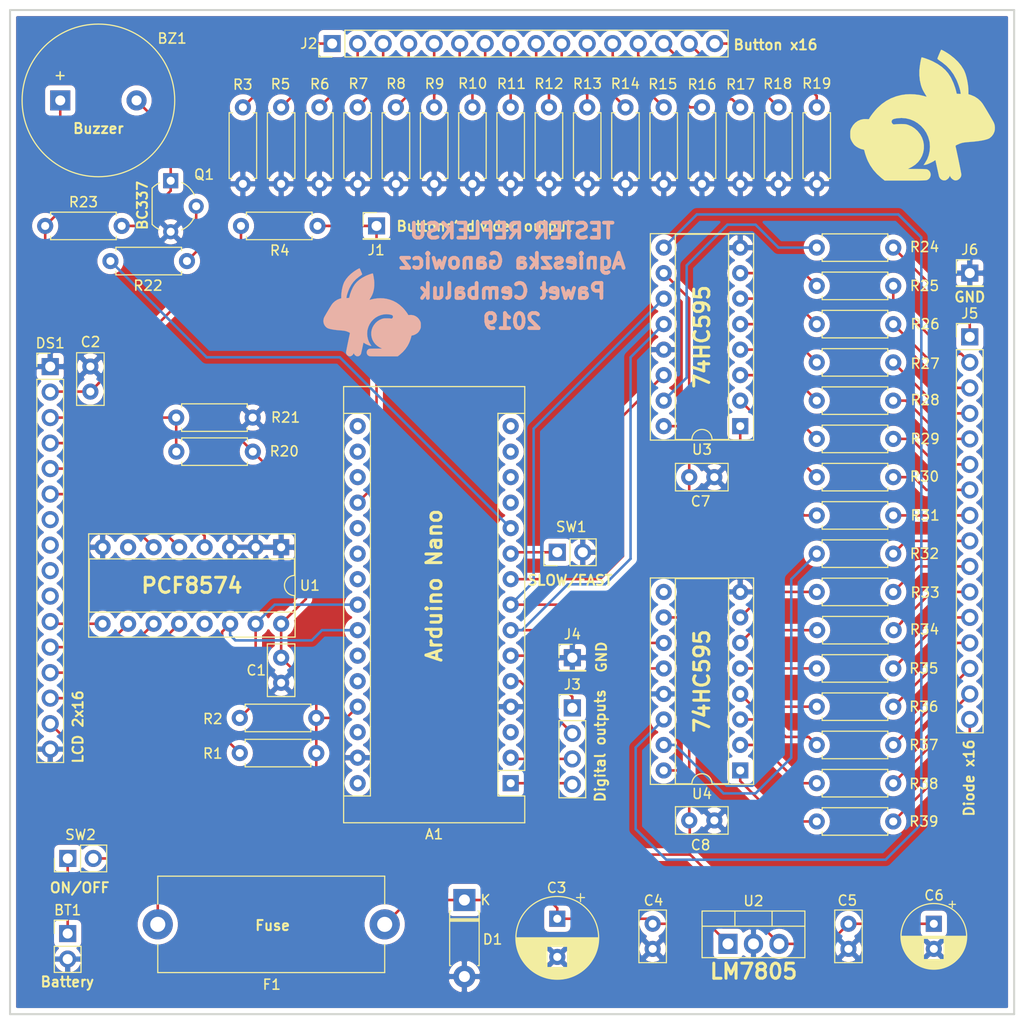
<source format=kicad_pcb>
(kicad_pcb (version 20171130) (host pcbnew "(5.1.4)-1")
  (title_block (title "Tester refleksu") (date 2019-10-24) (rev v01) (company "Pani Agnieszka i Pan Paweł"))
  (layers (0 F.Cu signal) (31 B.Cu signal) (34 B.Paste user) (35 F.Paste user) (36 B.SilkS user) (37 F.SilkS user) (38 B.Mask user) (39 F.Mask user) (44 Edge.Cuts user))
  (net 0 "")
  (net 1 "Net-(A1-Pad1)")
  (net 2 "Net-(A1-Pad17)")
  (net 3 "Net-(A1-Pad2)")
  (net 4 "Net-(A1-Pad18)")
  (net 5 "Net-(A1-Pad3)")
  (net 6 /BUTTONS)
  (net 7 GND)
  (net 8 "Net-(A1-Pad20)")
  (net 9 "Net-(A1-Pad5)")
  (net 10 "Net-(A1-Pad21)")
  (net 11 "Net-(A1-Pad6)")
  (net 12 "Net-(A1-Pad22)")
  (net 13 /SDA)
  (net 14 /SRCLK)
  (net 15 /SCL)
  (net 16 /DATA)
  (net 17 "Net-(A1-Pad25)")
  (net 18 "Net-(A1-Pad10)")
  (net 19 "Net-(A1-Pad26)")
  (net 20 VCC)
  (net 21 "Net-(A1-Pad12)")
  (net 22 "Net-(A1-Pad28)")
  (net 23 "Net-(A1-Pad13)")
  (net 24 "Net-(A1-Pad14)")
  (net 25 "Net-(A1-Pad30)")
  (net 26 "Net-(A1-Pad15)")
  (net 27 "Net-(A1-Pad16)")
  (net 28 "Net-(BT1-Pad1)")
  (net 29 "Net-(BZ1-Pad2)")
  (net 30 "Net-(C3-Pad1)")
  (net 31 "Net-(DS1-Pad5)")
  (net 32 "Net-(DS1-Pad7)")
  (net 33 "Net-(DS1-Pad9)")
  (net 34 "Net-(DS1-Pad10)")
  (net 35 "Net-(DS1-Pad11)")
  (net 36 "Net-(DS1-Pad12)")
  (net 37 "Net-(DS1-Pad13)")
  (net 38 "Net-(DS1-Pad14)")
  (net 39 "Net-(J2-Pad1)")
  (net 40 "Net-(J2-Pad2)")
  (net 41 "Net-(J2-Pad3)")
  (net 42 "Net-(J2-Pad4)")
  (net 43 "Net-(J2-Pad5)")
  (net 44 "Net-(J2-Pad6)")
  (net 45 "Net-(J2-Pad7)")
  (net 46 "Net-(J2-Pad8)")
  (net 47 "Net-(J2-Pad9)")
  (net 48 "Net-(J2-Pad10)")
  (net 49 "Net-(J2-Pad11)")
  (net 50 "Net-(J2-Pad12)")
  (net 51 "Net-(J2-Pad13)")
  (net 52 "Net-(J2-Pad14)")
  (net 53 "Net-(J2-Pad15)")
  (net 54 "Net-(J2-Pad16)")
  (net 55 "Net-(J5-Pad16)")
  (net 56 "Net-(J5-Pad15)")
  (net 57 "Net-(J5-Pad14)")
  (net 58 "Net-(J5-Pad13)")
  (net 59 "Net-(J5-Pad12)")
  (net 60 "Net-(J5-Pad11)")
  (net 61 "Net-(J5-Pad10)")
  (net 62 "Net-(J5-Pad9)")
  (net 63 "Net-(J5-Pad8)")
  (net 64 "Net-(J5-Pad7)")
  (net 65 "Net-(J5-Pad6)")
  (net 66 "Net-(J5-Pad5)")
  (net 67 "Net-(J5-Pad4)")
  (net 68 "Net-(J5-Pad3)")
  (net 69 "Net-(J5-Pad2)")
  (net 70 "Net-(J5-Pad1)")
  (net 71 "Net-(Q1-Pad2)")
  (net 72 "Net-(R24-Pad2)")
  (net 73 "Net-(R28-Pad2)")
  (net 74 "Net-(R32-Pad2)")
  (net 75 "Net-(R36-Pad2)")
  (net 76 "Net-(U1-Pad13)")
  (net 77 "Net-(U3-Pad9)")
  (net 78 /RCLK)
  (net 79 "Net-(U4-Pad9)")
  (net 80 /QH)
  (net 81 /QG)
  (net 82 /QF)
  (net 83 /QD)
  (net 84 /QC)
  (net 85 /QB)
  (net 86 /QH2)
  (net 87 /QG2)
  (net 88 /QF2)
  (net 89 /QD2)
  (net 90 /QC2)
  (net 91 /QB2)
  (net 92 /E)
  (net 93 /RS)
  (net 94 "Net-(F1-Pad2)")
  (net 95 "Net-(DS1-Pad3)")
  (net 96 "Net-(DS1-Pad8)")
  (net 97 "Net-(U1-Pad7)")
  (net 98 /BUZZER)
  (module library:Kroliczek_0,7in (layer F.Cu) (at 191.135 60.325)
    (fp_text reference G*** hide)
    (fp_text value LOGO hide)
  )
  (module library:Kroliczek_0,5in (layer B.Cu) (at 135.89 80.01 180)
    (fp_text reference G*** hide)
    (fp_text value LOGO hide)
  )
  (module Connector_PinHeader_2.54mm:PinHeader_1x16_P2.54mm_Vertical (layer F.Cu) (at 104.0003 85.5091)
    (fp_text reference DS1 (at 0 -2.33) (layer F.SilkS))
    (fp_text value WC1602A)
    (pad 1 thru_hole rect (at 0 0) (size 1.7 1.7) (drill 1) (layers *.Cu *.Mask) (net 7 GND))
    (pad 2 thru_hole oval (at 0 2.54) (size 1.7 1.7) (drill 1) (layers *.Cu *.Mask) (net 20 VCC))
    (pad 3 thru_hole oval (at 0 5.08) (size 1.7 1.7) (drill 1) (layers *.Cu *.Mask) (net 95 "Net-(DS1-Pad3)"))
    (pad 4 thru_hole oval (at 0 7.62) (size 1.7 1.7) (drill 1) (layers *.Cu *.Mask) (net 93 /RS))
    (pad 5 thru_hole oval (at 0 10.16) (size 1.7 1.7) (drill 1) (layers *.Cu *.Mask) (net 31 "Net-(DS1-Pad5)"))
    (pad 6 thru_hole oval (at 0 12.7) (size 1.7 1.7) (drill 1) (layers *.Cu *.Mask) (net 92 /E))
    (pad 7 thru_hole oval (at 0 15.24) (size 1.7 1.7) (drill 1) (layers *.Cu *.Mask) (net 32 "Net-(DS1-Pad7)"))
    (pad 8 thru_hole oval (at 0 17.78) (size 1.7 1.7) (drill 1) (layers *.Cu *.Mask) (net 96 "Net-(DS1-Pad8)"))
    (pad 9 thru_hole oval (at 0 20.32) (size 1.7 1.7) (drill 1) (layers *.Cu *.Mask) (net 33 "Net-(DS1-Pad9)"))
    (pad 10 thru_hole oval (at 0 22.86) (size 1.7 1.7) (drill 1) (layers *.Cu *.Mask) (net 34 "Net-(DS1-Pad10)"))
    (pad 11 thru_hole oval (at 0 25.4) (size 1.7 1.7) (drill 1) (layers *.Cu *.Mask) (net 35 "Net-(DS1-Pad11)"))
    (pad 12 thru_hole oval (at 0 27.94) (size 1.7 1.7) (drill 1) (layers *.Cu *.Mask) (net 36 "Net-(DS1-Pad12)"))
    (pad 13 thru_hole oval (at 0 30.48) (size 1.7 1.7) (drill 1) (layers *.Cu *.Mask) (net 37 "Net-(DS1-Pad13)"))
    (pad 14 thru_hole oval (at 0 33.02) (size 1.7 1.7) (drill 1) (layers *.Cu *.Mask) (net 38 "Net-(DS1-Pad14)"))
    (pad 15 thru_hole oval (at 0 35.56) (size 1.7 1.7) (drill 1) (layers *.Cu *.Mask) (net 20 VCC))
    (pad 16 thru_hole oval (at 0 38.1) (size 1.7 1.7) (drill 1) (layers *.Cu *.Mask) (net 7 GND))
  )
  (module Module:Arduino_Nano (layer F.Cu) (at 149.86 127 180)
    (fp_text reference A1 (at 7.62 -5.08) (layer F.SilkS) (effects (font (thickness 0.1524))))
    (fp_text value Arduino_Nano_v3.x)
    (pad 16 thru_hole oval (at 15.24 35.56 180) (size 1.6 1.6) (drill 0.8) (layers *.Cu *.Mask) (net 27 "Net-(A1-Pad16)"))
    (pad 15 thru_hole oval (at 0 35.56 180) (size 1.6 1.6) (drill 0.8) (layers *.Cu *.Mask) (net 26 "Net-(A1-Pad15)"))
    (pad 30 thru_hole oval (at 15.24 0 180) (size 1.6 1.6) (drill 0.8) (layers *.Cu *.Mask) (net 25 "Net-(A1-Pad30)"))
    (pad 14 thru_hole oval (at 0 33.02 180) (size 1.6 1.6) (drill 0.8) (layers *.Cu *.Mask) (net 24 "Net-(A1-Pad14)"))
    (pad 29 thru_hole oval (at 15.24 2.54 180) (size 1.6 1.6) (drill 0.8) (layers *.Cu *.Mask) (net 7 GND))
    (pad 13 thru_hole oval (at 0 30.48 180) (size 1.6 1.6) (drill 0.8) (layers *.Cu *.Mask) (net 23 "Net-(A1-Pad13)"))
    (pad 28 thru_hole oval (at 15.24 5.08 180) (size 1.6 1.6) (drill 0.8) (layers *.Cu *.Mask) (net 22 "Net-(A1-Pad28)"))
    (pad 12 thru_hole oval (at 0 27.94 180) (size 1.6 1.6) (drill 0.8) (layers *.Cu *.Mask) (net 21 "Net-(A1-Pad12)"))
    (pad 27 thru_hole oval (at 15.24 7.62 180) (size 1.6 1.6) (drill 0.8) (layers *.Cu *.Mask) (net 20 VCC))
    (pad 11 thru_hole oval (at 0 25.4 180) (size 1.6 1.6) (drill 0.8) (layers *.Cu *.Mask) (net 98 /BUZZER))
    (pad 26 thru_hole oval (at 15.24 10.16 180) (size 1.6 1.6) (drill 0.8) (layers *.Cu *.Mask) (net 19 "Net-(A1-Pad26)"))
    (pad 10 thru_hole oval (at 0 22.86 180) (size 1.6 1.6) (drill 0.8) (layers *.Cu *.Mask) (net 18 "Net-(A1-Pad10)"))
    (pad 25 thru_hole oval (at 15.24 12.7 180) (size 1.6 1.6) (drill 0.8) (layers *.Cu *.Mask) (net 17 "Net-(A1-Pad25)"))
    (pad 9 thru_hole oval (at 0 20.32 180) (size 1.6 1.6) (drill 0.8) (layers *.Cu *.Mask) (net 16 /DATA))
    (pad 24 thru_hole oval (at 15.24 15.24 180) (size 1.6 1.6) (drill 0.8) (layers *.Cu *.Mask) (net 15 /SCL))
    (pad 8 thru_hole oval (at 0 17.78 180) (size 1.6 1.6) (drill 0.8) (layers *.Cu *.Mask) (net 14 /SRCLK))
    (pad 23 thru_hole oval (at 15.24 17.78 180) (size 1.6 1.6) (drill 0.8) (layers *.Cu *.Mask) (net 13 /SDA))
    (pad 7 thru_hole oval (at 0 15.24 180) (size 1.6 1.6) (drill 0.8) (layers *.Cu *.Mask) (net 78 /RCLK))
    (pad 22 thru_hole oval (at 15.24 20.32 180) (size 1.6 1.6) (drill 0.8) (layers *.Cu *.Mask) (net 12 "Net-(A1-Pad22)"))
    (pad 6 thru_hole oval (at 0 12.7 180) (size 1.6 1.6) (drill 0.8) (layers *.Cu *.Mask) (net 11 "Net-(A1-Pad6)"))
    (pad 21 thru_hole oval (at 15.24 22.86 180) (size 1.6 1.6) (drill 0.8) (layers *.Cu *.Mask) (net 10 "Net-(A1-Pad21)"))
    (pad 5 thru_hole oval (at 0 10.16 180) (size 1.6 1.6) (drill 0.8) (layers *.Cu *.Mask) (net 9 "Net-(A1-Pad5)"))
    (pad 20 thru_hole oval (at 15.24 25.4 180) (size 1.6 1.6) (drill 0.8) (layers *.Cu *.Mask) (net 8 "Net-(A1-Pad20)"))
    (pad 4 thru_hole oval (at 0 7.62 180) (size 1.6 1.6) (drill 0.8) (layers *.Cu *.Mask) (net 7 GND))
    (pad 19 thru_hole oval (at 15.24 27.94 180) (size 1.6 1.6) (drill 0.8) (layers *.Cu *.Mask) (net 6 /BUTTONS))
    (pad 3 thru_hole oval (at 0 5.08 180) (size 1.6 1.6) (drill 0.8) (layers *.Cu *.Mask) (net 5 "Net-(A1-Pad3)"))
    (pad 18 thru_hole oval (at 15.24 30.48 180) (size 1.6 1.6) (drill 0.8) (layers *.Cu *.Mask) (net 4 "Net-(A1-Pad18)"))
    (pad 2 thru_hole oval (at 0 2.54 180) (size 1.6 1.6) (drill 0.8) (layers *.Cu *.Mask) (net 3 "Net-(A1-Pad2)"))
    (pad 17 thru_hole oval (at 15.24 33.02 180) (size 1.6 1.6) (drill 0.8) (layers *.Cu *.Mask) (net 2 "Net-(A1-Pad17)"))
    (pad 1 thru_hole rect (at 0 0 180) (size 1.6 1.6) (drill 0.8) (layers *.Cu *.Mask) (net 1 "Net-(A1-Pad1)"))
  )
  (module Connector_PinHeader_2.54mm:PinHeader_1x02_P2.54mm_Vertical (layer F.Cu) (at 105.7402 141.9733)
    (fp_text reference BT1 (at 0 -2.33) (layer F.SilkS) (effects (font (thickness 0.1524))))
    (fp_text value Battery)
    (pad 1 thru_hole rect (at 0 0) (size 1.7 1.7) (drill 1) (layers *.Cu *.Mask) (net 28 "Net-(BT1-Pad1)"))
    (pad 2 thru_hole oval (at 0 2.54) (size 1.7 1.7) (drill 1) (layers *.Cu *.Mask) (net 7 GND))
  )
  (module Buzzer_Beeper:Buzzer_15x7.5RM7.6 (layer F.Cu) (at 105 59)
    (fp_text reference BZ1 (at 11.1415 -6.168) (layer F.SilkS) (effects (font (thickness 0.1524))))
    (fp_text value Buzzer)
    (fp_text user + (at -0.01 -2.54) (layer F.SilkS))
    (pad 2 thru_hole circle (at 7.6 0) (size 2 2) (drill 1) (layers *.Cu *.Mask) (net 29 "Net-(BZ1-Pad2)"))
    (pad 1 thru_hole rect (at 0 0) (size 2 2) (drill 1) (layers *.Cu *.Mask) (net 20 VCC))
  )
  (module Capacitor_THT:C_Disc_D5.0mm_W2.5mm_P2.50mm (layer F.Cu) (at 127 117 90)
    (fp_text reference C1 (at 1.2395 -2.4765 180) (layer F.SilkS) (effects (font (thickness 0.1524))))
    (fp_text value 100n)
    (pad 1 thru_hole circle (at 0 0 90) (size 1.6 1.6) (drill 0.8) (layers *.Cu *.Mask) (net 7 GND))
    (pad 2 thru_hole circle (at 2.5 0 90) (size 1.6 1.6) (drill 0.8) (layers *.Cu *.Mask) (net 20 VCC))
  )
  (module Capacitor_THT:C_Disc_D5.0mm_W2.5mm_P2.50mm (layer F.Cu) (at 108 88 90)
    (fp_text reference C2 (at 4.942 0.0135 180) (layer F.SilkS) (effects (font (thickness 0.1524))))
    (fp_text value 100n)
    (pad 2 thru_hole circle (at 2.5 0 90) (size 1.6 1.6) (drill 0.8) (layers *.Cu *.Mask) (net 7 GND))
    (pad 1 thru_hole circle (at 0 0 90) (size 1.6 1.6) (drill 0.8) (layers *.Cu *.Mask) (net 20 VCC))
  )
  (module Capacitor_THT:CP_Radial_D8.0mm_P3.80mm (layer F.Cu) (at 154.5 140.5 270)
    (fp_text reference C3 (at -3.086 0.068 180) (layer F.SilkS) (effects (font (thickness 0.1524))))
    (fp_text value 470u)
    (pad 2 thru_hole circle (at 3.8 0 270) (size 1.6 1.6) (drill 0.8) (layers *.Cu *.Mask) (net 7 GND))
    (pad 1 thru_hole rect (at 0 0 270) (size 1.6 1.6) (drill 0.8) (layers *.Cu *.Mask) (net 30 "Net-(C3-Pad1)"))
  )
  (module Capacitor_THT:C_Disc_D5.0mm_W2.5mm_P2.50mm (layer F.Cu) (at 164 143.5 90)
    (fp_text reference C4 (at 4.816 0.084 180) (layer F.SilkS) (effects (font (thickness 0.1524))))
    (fp_text value 100n)
    (pad 2 thru_hole circle (at 2.5 0 90) (size 1.6 1.6) (drill 0.8) (layers *.Cu *.Mask) (net 30 "Net-(C3-Pad1)"))
    (pad 1 thru_hole circle (at 0 0 90) (size 1.6 1.6) (drill 0.8) (layers *.Cu *.Mask) (net 7 GND))
  )
  (module Capacitor_THT:C_Disc_D5.0mm_W2.5mm_P2.50mm (layer F.Cu) (at 183.5 143.5 90)
    (fp_text reference C5 (at 4.816 -0.112 180) (layer F.SilkS) (effects (font (thickness 0.1524))))
    (fp_text value 100n)
    (pad 1 thru_hole circle (at 0 0 90) (size 1.6 1.6) (drill 0.8) (layers *.Cu *.Mask) (net 7 GND))
    (pad 2 thru_hole circle (at 2.5 0 90) (size 1.6 1.6) (drill 0.8) (layers *.Cu *.Mask) (net 20 VCC))
  )
  (module Capacitor_THT:CP_Radial_D6.3mm_P2.50mm (layer F.Cu) (at 192 141 270)
    (fp_text reference C6 (at -2.824 -0.024 180) (layer F.SilkS) (effects (font (thickness 0.1524))))
    (fp_text value 100u)
    (pad 2 thru_hole circle (at 2.5 0 270) (size 1.6 1.6) (drill 0.8) (layers *.Cu *.Mask) (net 7 GND))
    (pad 1 thru_hole rect (at 0 0 270) (size 1.6 1.6) (drill 0.8) (layers *.Cu *.Mask) (net 20 VCC))
  )
  (module Capacitor_THT:C_Disc_D5.0mm_W2.5mm_P2.50mm (layer F.Cu) (at 170.14 96.52 180)
    (fp_text reference C7 (at 1.3697 -2.413) (layer F.SilkS) (effects (font (thickness 0.1524))))
    (fp_text value 100n)
    (pad 1 thru_hole circle (at 0 0 180) (size 1.6 1.6) (drill 0.8) (layers *.Cu *.Mask) (net 7 GND))
    (pad 2 thru_hole circle (at 2.5 0 180) (size 1.6 1.6) (drill 0.8) (layers *.Cu *.Mask) (net 20 VCC))
  )
  (module Capacitor_THT:C_Disc_D5.0mm_W2.5mm_P2.50mm (layer F.Cu) (at 170.1419 130.7084 180)
    (fp_text reference C8 (at 1.3716 -2.4511) (layer F.SilkS) (effects (font (thickness 0.1524))))
    (fp_text value 100n)
    (pad 2 thru_hole circle (at 2.5 0 180) (size 1.6 1.6) (drill 0.8) (layers *.Cu *.Mask) (net 20 VCC))
    (pad 1 thru_hole circle (at 0 0 180) (size 1.6 1.6) (drill 0.8) (layers *.Cu *.Mask) (net 7 GND))
  )
  (module Diode_THT:D_DO-41_SOD81_P7.62mm_Horizontal (layer F.Cu) (at 145.2499 138.6332 270)
    (fp_text reference D1 (at 3.9225 -2.803 180) (layer F.SilkS) (effects (font (thickness 0.1524))))
    (fp_text value D)
    (fp_text user K (at 0 -2.1 180) (layer F.SilkS))
    (pad 2 thru_hole oval (at 7.62 0 270) (size 2.2 2.2) (drill 1.1) (layers *.Cu *.Mask) (net 7 GND))
    (pad 1 thru_hole rect (at 0 0 270) (size 2.2 2.2) (drill 1.1) (layers *.Cu *.Mask) (net 30 "Net-(C3-Pad1)"))
  )
  (module Fuse:Fuseholder_Cylinder-5x20mm_Stelvio-Kontek_PTF78_Horizontal_Open (layer F.Cu) (at 137.3124 141.0589 180)
    (fp_text reference F1 (at 11.25 -6) (layer F.SilkS) (effects (font (thickness 0.1524))))
    (fp_text value 0.5A)
    (pad 2 thru_hole circle (at 22.6 0 180) (size 3 3) (drill 1.5) (layers *.Cu *.Mask) (net 94 "Net-(F1-Pad2)"))
    (pad 1 thru_hole circle (at 0 0 180) (size 3 3) (drill 1.5) (layers *.Cu *.Mask) (net 30 "Net-(C3-Pad1)"))
  )
  (module Connector_PinHeader_2.54mm:PinHeader_1x01_P2.54mm_Vertical (layer F.Cu) (at 136.5 71.5)
    (fp_text reference J1 (at -0.0385 2.414) (layer F.SilkS) (effects (font (thickness 0.1524))))
    (fp_text value "Buttons divider output")
    (pad 1 thru_hole rect (at 0 0) (size 1.7 1.7) (drill 1) (layers *.Cu *.Mask) (net 6 /BUTTONS))
  )
  (module Connector_PinHeader_2.54mm:PinHeader_1x16_P2.54mm_Vertical (layer F.Cu) (at 132.08 53.34 90)
    (fp_text reference J2 (at 0 -2.33 180) (layer F.SilkS) (effects (font (thickness 0.1524))))
    (fp_text value "Button x16")
    (pad 16 thru_hole oval (at 0 38.1 90) (size 1.7 1.7) (drill 1) (layers *.Cu *.Mask) (net 54 "Net-(J2-Pad16)"))
    (pad 15 thru_hole oval (at 0 35.56 90) (size 1.7 1.7) (drill 1) (layers *.Cu *.Mask) (net 53 "Net-(J2-Pad15)"))
    (pad 14 thru_hole oval (at 0 33.02 90) (size 1.7 1.7) (drill 1) (layers *.Cu *.Mask) (net 52 "Net-(J2-Pad14)"))
    (pad 13 thru_hole oval (at 0 30.48 90) (size 1.7 1.7) (drill 1) (layers *.Cu *.Mask) (net 51 "Net-(J2-Pad13)"))
    (pad 12 thru_hole oval (at 0 27.94 90) (size 1.7 1.7) (drill 1) (layers *.Cu *.Mask) (net 50 "Net-(J2-Pad12)"))
    (pad 11 thru_hole oval (at 0 25.4 90) (size 1.7 1.7) (drill 1) (layers *.Cu *.Mask) (net 49 "Net-(J2-Pad11)"))
    (pad 10 thru_hole oval (at 0 22.86 90) (size 1.7 1.7) (drill 1) (layers *.Cu *.Mask) (net 48 "Net-(J2-Pad10)"))
    (pad 9 thru_hole oval (at 0 20.32 90) (size 1.7 1.7) (drill 1) (layers *.Cu *.Mask) (net 47 "Net-(J2-Pad9)"))
    (pad 8 thru_hole oval (at 0 17.78 90) (size 1.7 1.7) (drill 1) (layers *.Cu *.Mask) (net 46 "Net-(J2-Pad8)"))
    (pad 7 thru_hole oval (at 0 15.24 90) (size 1.7 1.7) (drill 1) (layers *.Cu *.Mask) (net 45 "Net-(J2-Pad7)"))
    (pad 6 thru_hole oval (at 0 12.7 90) (size 1.7 1.7) (drill 1) (layers *.Cu *.Mask) (net 44 "Net-(J2-Pad6)"))
    (pad 5 thru_hole oval (at 0 10.16 90) (size 1.7 1.7) (drill 1) (layers *.Cu *.Mask) (net 43 "Net-(J2-Pad5)"))
    (pad 4 thru_hole oval (at 0 7.62 90) (size 1.7 1.7) (drill 1) (layers *.Cu *.Mask) (net 42 "Net-(J2-Pad4)"))
    (pad 3 thru_hole oval (at 0 5.08 90) (size 1.7 1.7) (drill 1) (layers *.Cu *.Mask) (net 41 "Net-(J2-Pad3)"))
    (pad 2 thru_hole oval (at 0 2.54 90) (size 1.7 1.7) (drill 1) (layers *.Cu *.Mask) (net 40 "Net-(J2-Pad2)"))
    (pad 1 thru_hole rect (at 0 0 90) (size 1.7 1.7) (drill 1) (layers *.Cu *.Mask) (net 39 "Net-(J2-Pad1)"))
  )
  (module Connector_PinHeader_2.54mm:PinHeader_1x04_P2.54mm_Vertical (layer F.Cu) (at 156 119.5)
    (fp_text reference J3 (at 0 -2.33) (layer F.SilkS) (effects (font (thickness 0.1524))))
    (fp_text value "Digital outputs")
    (pad 4 thru_hole oval (at 0 7.62) (size 1.7 1.7) (drill 1) (layers *.Cu *.Mask) (net 1 "Net-(A1-Pad1)"))
    (pad 3 thru_hole oval (at 0 5.08) (size 1.7 1.7) (drill 1) (layers *.Cu *.Mask) (net 3 "Net-(A1-Pad2)"))
    (pad 2 thru_hole oval (at 0 2.54) (size 1.7 1.7) (drill 1) (layers *.Cu *.Mask) (net 9 "Net-(A1-Pad5)"))
    (pad 1 thru_hole rect (at 0 0) (size 1.7 1.7) (drill 1) (layers *.Cu *.Mask) (net 11 "Net-(A1-Pad6)"))
  )
  (module Connector_PinHeader_2.54mm:PinHeader_1x01_P2.54mm_Vertical (layer F.Cu) (at 156 114.5)
    (fp_text reference J4 (at 0 -2.33) (layer F.SilkS) (effects (font (thickness 0.1524))))
    (fp_text value "Digital outputs GND")
    (pad 1 thru_hole rect (at 0 0) (size 1.7 1.7) (drill 1) (layers *.Cu *.Mask) (net 7 GND))
  )
  (module Connector_PinHeader_2.54mm:PinHeader_1x16_P2.54mm_Vertical (layer F.Cu) (at 195.58 82.55)
    (fp_text reference J5 (at 0 -2.33) (layer F.SilkS) (effects (font (thickness 0.1524))))
    (fp_text value "Diode x16")
    (pad 1 thru_hole rect (at 0 0) (size 1.7 1.7) (drill 1) (layers *.Cu *.Mask) (net 70 "Net-(J5-Pad1)"))
    (pad 2 thru_hole oval (at 0 2.54) (size 1.7 1.7) (drill 1) (layers *.Cu *.Mask) (net 69 "Net-(J5-Pad2)"))
    (pad 3 thru_hole oval (at 0 5.08) (size 1.7 1.7) (drill 1) (layers *.Cu *.Mask) (net 68 "Net-(J5-Pad3)"))
    (pad 4 thru_hole oval (at 0 7.62) (size 1.7 1.7) (drill 1) (layers *.Cu *.Mask) (net 67 "Net-(J5-Pad4)"))
    (pad 5 thru_hole oval (at 0 10.16) (size 1.7 1.7) (drill 1) (layers *.Cu *.Mask) (net 66 "Net-(J5-Pad5)"))
    (pad 6 thru_hole oval (at 0 12.7) (size 1.7 1.7) (drill 1) (layers *.Cu *.Mask) (net 65 "Net-(J5-Pad6)"))
    (pad 7 thru_hole oval (at 0 15.24) (size 1.7 1.7) (drill 1) (layers *.Cu *.Mask) (net 64 "Net-(J5-Pad7)"))
    (pad 8 thru_hole oval (at 0 17.78) (size 1.7 1.7) (drill 1) (layers *.Cu *.Mask) (net 63 "Net-(J5-Pad8)"))
    (pad 9 thru_hole oval (at 0 20.32) (size 1.7 1.7) (drill 1) (layers *.Cu *.Mask) (net 62 "Net-(J5-Pad9)"))
    (pad 10 thru_hole oval (at 0 22.86) (size 1.7 1.7) (drill 1) (layers *.Cu *.Mask) (net 61 "Net-(J5-Pad10)"))
    (pad 11 thru_hole oval (at 0 25.4) (size 1.7 1.7) (drill 1) (layers *.Cu *.Mask) (net 60 "Net-(J5-Pad11)"))
    (pad 12 thru_hole oval (at 0 27.94) (size 1.7 1.7) (drill 1) (layers *.Cu *.Mask) (net 59 "Net-(J5-Pad12)"))
    (pad 13 thru_hole oval (at 0 30.48) (size 1.7 1.7) (drill 1) (layers *.Cu *.Mask) (net 58 "Net-(J5-Pad13)"))
    (pad 14 thru_hole oval (at 0 33.02) (size 1.7 1.7) (drill 1) (layers *.Cu *.Mask) (net 57 "Net-(J5-Pad14)"))
    (pad 15 thru_hole oval (at 0 35.56) (size 1.7 1.7) (drill 1) (layers *.Cu *.Mask) (net 56 "Net-(J5-Pad15)"))
    (pad 16 thru_hole oval (at 0 38.1) (size 1.7 1.7) (drill 1) (layers *.Cu *.Mask) (net 55 "Net-(J5-Pad16)"))
  )
  (module Connector_PinHeader_2.54mm:PinHeader_1x01_P2.54mm_Vertical (layer F.Cu) (at 195.58 76.2)
    (fp_text reference J6 (at 0 -2.33) (layer F.SilkS) (effects (font (thickness 0.1524))))
    (fp_text value "Diodes GND")
    (pad 1 thru_hole rect (at 0 0) (size 1.7 1.7) (drill 1) (layers *.Cu *.Mask) (net 7 GND))
  )
  (module Resistor_THT:R_Axial_DIN0207_L6.3mm_D2.5mm_P7.62mm_Horizontal (layer F.Cu) (at 130.5 124 180)
    (fp_text reference R1 (at 10.3072 -0.0409) (layer F.SilkS) (effects (font (thickness 0.1524))))
    (fp_text value 4,7k)
    (pad 1 thru_hole circle (at 0 0 180) (size 1.6 1.6) (drill 0.8) (layers *.Cu *.Mask) (net 20 VCC))
    (pad 2 thru_hole oval (at 7.62 0 180) (size 1.6 1.6) (drill 0.8) (layers *.Cu *.Mask) (net 15 /SCL))
  )
  (module Resistor_THT:R_Axial_DIN0207_L6.3mm_D2.5mm_P7.62mm_Horizontal (layer F.Cu) (at 130.5 120.5 180)
    (fp_text reference R2 (at 10.3072 -0.0992) (layer F.SilkS) (effects (font (thickness 0.1524))))
    (fp_text value 4,7k)
    (pad 2 thru_hole oval (at 7.62 0 180) (size 1.6 1.6) (drill 0.8) (layers *.Cu *.Mask) (net 13 /SDA))
    (pad 1 thru_hole circle (at 0 0 180) (size 1.6 1.6) (drill 0.8) (layers *.Cu *.Mask) (net 20 VCC))
  )
  (module Resistor_THT:R_Axial_DIN0207_L6.3mm_D2.5mm_P7.62mm_Horizontal (layer F.Cu) (at 123.19 59.69 270)
    (fp_text reference R3 (at -2.2606 0.0127 180) (layer F.SilkS) (effects (font (thickness 0.1524))))
    (fp_text value 4.3k)
    (pad 2 thru_hole oval (at 7.62 0 270) (size 1.6 1.6) (drill 0.8) (layers *.Cu *.Mask) (net 7 GND))
    (pad 1 thru_hole circle (at 0 0 270) (size 1.6 1.6) (drill 0.8) (layers *.Cu *.Mask) (net 39 "Net-(J2-Pad1)"))
  )
  (module Resistor_THT:R_Axial_DIN0207_L6.3mm_D2.5mm_P7.62mm_Horizontal (layer F.Cu) (at 123 71.5)
    (fp_text reference R4 (at 3.8603 2.4521) (layer F.SilkS) (effects (font (thickness 0.1524))))
    (fp_text value 100k)
    (pad 2 thru_hole oval (at 7.62 0) (size 1.6 1.6) (drill 0.8) (layers *.Cu *.Mask) (net 6 /BUTTONS))
    (pad 1 thru_hole circle (at 0 0) (size 1.6 1.6) (drill 0.8) (layers *.Cu *.Mask) (net 20 VCC))
  )
  (module Resistor_THT:R_Axial_DIN0207_L6.3mm_D2.5mm_P7.62mm_Horizontal (layer F.Cu) (at 127 59.69 270)
    (fp_text reference R5 (at -2.3114 0.0635 180) (layer F.SilkS) (effects (font (thickness 0.1524))))
    (fp_text value 9.1k)
    (pad 1 thru_hole circle (at 0 0 270) (size 1.6 1.6) (drill 0.8) (layers *.Cu *.Mask) (net 40 "Net-(J2-Pad2)"))
    (pad 2 thru_hole oval (at 7.62 0 270) (size 1.6 1.6) (drill 0.8) (layers *.Cu *.Mask) (net 7 GND))
  )
  (module Resistor_THT:R_Axial_DIN0207_L6.3mm_D2.5mm_P7.62mm_Horizontal (layer F.Cu) (at 130.81 59.69 270)
    (fp_text reference R6 (at -2.3114 -0.0381 180) (layer F.SilkS) (effects (font (thickness 0.1524))))
    (fp_text value 13k)
    (pad 2 thru_hole oval (at 7.62 0 270) (size 1.6 1.6) (drill 0.8) (layers *.Cu *.Mask) (net 7 GND))
    (pad 1 thru_hole circle (at 0 0 270) (size 1.6 1.6) (drill 0.8) (layers *.Cu *.Mask) (net 41 "Net-(J2-Pad3)"))
  )
  (module Resistor_THT:R_Axial_DIN0207_L6.3mm_D2.5mm_P7.62mm_Horizontal (layer F.Cu) (at 134.62 59.69 270)
    (fp_text reference R7 (at -2.3495 -0.0635 180) (layer F.SilkS) (effects (font (thickness 0.1524))))
    (fp_text value 20k)
    (pad 1 thru_hole circle (at 0 0 270) (size 1.6 1.6) (drill 0.8) (layers *.Cu *.Mask) (net 42 "Net-(J2-Pad4)"))
    (pad 2 thru_hole oval (at 7.62 0 270) (size 1.6 1.6) (drill 0.8) (layers *.Cu *.Mask) (net 7 GND))
  )
  (module Resistor_THT:R_Axial_DIN0207_L6.3mm_D2.5mm_P7.62mm_Horizontal (layer F.Cu) (at 138.43 59.69 270)
    (fp_text reference R8 (at -2.3495 -0.0127 180) (layer F.SilkS) (effects (font (thickness 0.1524))))
    (fp_text value 27k)
    (pad 2 thru_hole oval (at 7.62 0 270) (size 1.6 1.6) (drill 0.8) (layers *.Cu *.Mask) (net 7 GND))
    (pad 1 thru_hole circle (at 0 0 270) (size 1.6 1.6) (drill 0.8) (layers *.Cu *.Mask) (net 43 "Net-(J2-Pad5)"))
  )
  (module Resistor_THT:R_Axial_DIN0207_L6.3mm_D2.5mm_P7.62mm_Horizontal (layer F.Cu) (at 142.24 59.69 270)
    (fp_text reference R9 (at -2.3495 -0.0381 180) (layer F.SilkS) (effects (font (thickness 0.1524))))
    (fp_text value 33k)
    (pad 1 thru_hole circle (at 0 0 270) (size 1.6 1.6) (drill 0.8) (layers *.Cu *.Mask) (net 44 "Net-(J2-Pad6)"))
    (pad 2 thru_hole oval (at 7.62 0 270) (size 1.6 1.6) (drill 0.8) (layers *.Cu *.Mask) (net 7 GND))
  )
  (module Resistor_THT:R_Axial_DIN0207_L6.3mm_D2.5mm_P7.62mm_Horizontal (layer F.Cu) (at 146.05 59.69 270)
    (fp_text reference R10 (at -2.3749 -0.0254 180) (layer F.SilkS) (effects (font (thickness 0.1524))))
    (fp_text value 39k)
    (pad 2 thru_hole oval (at 7.62 0 270) (size 1.6 1.6) (drill 0.8) (layers *.Cu *.Mask) (net 7 GND))
    (pad 1 thru_hole circle (at 0 0 270) (size 1.6 1.6) (drill 0.8) (layers *.Cu *.Mask) (net 45 "Net-(J2-Pad7)"))
  )
  (module Resistor_THT:R_Axial_DIN0207_L6.3mm_D2.5mm_P7.62mm_Horizontal (layer F.Cu) (at 149.86 59.69 270)
    (fp_text reference R11 (at -2.3495 -0.0762 180) (layer F.SilkS) (effects (font (thickness 0.1524))))
    (fp_text value 47k)
    (pad 1 thru_hole circle (at 0 0 270) (size 1.6 1.6) (drill 0.8) (layers *.Cu *.Mask) (net 46 "Net-(J2-Pad8)"))
    (pad 2 thru_hole oval (at 7.62 0 270) (size 1.6 1.6) (drill 0.8) (layers *.Cu *.Mask) (net 7 GND))
  )
  (module Resistor_THT:R_Axial_DIN0207_L6.3mm_D2.5mm_P7.62mm_Horizontal (layer F.Cu) (at 153.67 59.69 270)
    (fp_text reference R12 (at -2.3495 0 180) (layer F.SilkS) (effects (font (thickness 0.1524))))
    (fp_text value 56k)
    (pad 2 thru_hole oval (at 7.62 0 270) (size 1.6 1.6) (drill 0.8) (layers *.Cu *.Mask) (net 7 GND))
    (pad 1 thru_hole circle (at 0 0 270) (size 1.6 1.6) (drill 0.8) (layers *.Cu *.Mask) (net 47 "Net-(J2-Pad9)"))
  )
  (module Resistor_THT:R_Axial_DIN0207_L6.3mm_D2.5mm_P7.62mm_Horizontal (layer F.Cu) (at 157.48 59.69 270)
    (fp_text reference R13 (at -2.3495 -0.0254 180) (layer F.SilkS) (effects (font (thickness 0.1524))))
    (fp_text value 68k)
    (pad 2 thru_hole oval (at 7.62 0 270) (size 1.6 1.6) (drill 0.8) (layers *.Cu *.Mask) (net 7 GND))
    (pad 1 thru_hole circle (at 0 0 270) (size 1.6 1.6) (drill 0.8) (layers *.Cu *.Mask) (net 48 "Net-(J2-Pad10)"))
  )
  (module Resistor_THT:R_Axial_DIN0207_L6.3mm_D2.5mm_P7.62mm_Horizontal (layer F.Cu) (at 161.29 59.69 270)
    (fp_text reference R14 (at -2.3495 0.0127 180) (layer F.SilkS) (effects (font (thickness 0.1524))))
    (fp_text value 75k)
    (pad 2 thru_hole oval (at 7.62 0 270) (size 1.6 1.6) (drill 0.8) (layers *.Cu *.Mask) (net 7 GND))
    (pad 1 thru_hole circle (at 0 0 270) (size 1.6 1.6) (drill 0.8) (layers *.Cu *.Mask) (net 49 "Net-(J2-Pad11)"))
  )
  (module Resistor_THT:R_Axial_DIN0207_L6.3mm_D2.5mm_P7.62mm_Horizontal (layer F.Cu) (at 165.1 59.69 270)
    (fp_text reference R15 (at -2.3114 0.0889 180) (layer F.SilkS) (effects (font (thickness 0.1524))))
    (fp_text value 91k)
    (pad 1 thru_hole circle (at 0 0 270) (size 1.6 1.6) (drill 0.8) (layers *.Cu *.Mask) (net 50 "Net-(J2-Pad12)"))
    (pad 2 thru_hole oval (at 7.62 0 270) (size 1.6 1.6) (drill 0.8) (layers *.Cu *.Mask) (net 7 GND))
  )
  (module Resistor_THT:R_Axial_DIN0207_L6.3mm_D2.5mm_P7.62mm_Horizontal (layer F.Cu) (at 168.91 59.69 270)
    (fp_text reference R16 (at -2.286 -0.0127 180) (layer F.SilkS) (effects (font (thickness 0.1524))))
    (fp_text value 110k)
    (pad 2 thru_hole oval (at 7.62 0 270) (size 1.6 1.6) (drill 0.8) (layers *.Cu *.Mask) (net 7 GND))
    (pad 1 thru_hole circle (at 0 0 270) (size 1.6 1.6) (drill 0.8) (layers *.Cu *.Mask) (net 51 "Net-(J2-Pad13)"))
  )
  (module Resistor_THT:R_Axial_DIN0207_L6.3mm_D2.5mm_P7.62mm_Horizontal (layer F.Cu) (at 172.72 59.69 270)
    (fp_text reference R17 (at -2.286 -0.0381 180) (layer F.SilkS) (effects (font (thickness 0.1524))))
    (fp_text value 130k)
    (pad 1 thru_hole circle (at 0 0 270) (size 1.6 1.6) (drill 0.8) (layers *.Cu *.Mask) (net 52 "Net-(J2-Pad14)"))
    (pad 2 thru_hole oval (at 7.62 0 270) (size 1.6 1.6) (drill 0.8) (layers *.Cu *.Mask) (net 7 GND))
  )
  (module Resistor_THT:R_Axial_DIN0207_L6.3mm_D2.5mm_P7.62mm_Horizontal (layer F.Cu) (at 176.53 59.69 270)
    (fp_text reference R18 (at -2.3495 0.0762 180) (layer F.SilkS) (effects (font (thickness 0.1524))))
    (fp_text value 150k)
    (pad 2 thru_hole oval (at 7.62 0 270) (size 1.6 1.6) (drill 0.8) (layers *.Cu *.Mask) (net 7 GND))
    (pad 1 thru_hole circle (at 0 0 270) (size 1.6 1.6) (drill 0.8) (layers *.Cu *.Mask) (net 53 "Net-(J2-Pad15)"))
  )
  (module Resistor_THT:R_Axial_DIN0207_L6.3mm_D2.5mm_P7.62mm_Horizontal (layer F.Cu) (at 180.34 59.69 270)
    (fp_text reference R19 (at -2.3749 0 180) (layer F.SilkS) (effects (font (thickness 0.1524))))
    (fp_text value 180k)
    (pad 1 thru_hole circle (at 0 0 270) (size 1.6 1.6) (drill 0.8) (layers *.Cu *.Mask) (net 54 "Net-(J2-Pad16)"))
    (pad 2 thru_hole oval (at 7.62 0 270) (size 1.6 1.6) (drill 0.8) (layers *.Cu *.Mask) (net 7 GND))
  )
  (module Resistor_THT:R_Axial_DIN0207_L6.3mm_D2.5mm_P7.62mm_Horizontal (layer F.Cu) (at 116.5606 93.98)
    (fp_text reference R20 (at 10.7497 -0.0341) (layer F.SilkS) (effects (font (thickness 0.1524))))
    (fp_text value 10k)
    (pad 1 thru_hole circle (at 0 0) (size 1.6 1.6) (drill 0.8) (layers *.Cu *.Mask) (net 95 "Net-(DS1-Pad3)"))
    (pad 2 thru_hole oval (at 7.62 0) (size 1.6 1.6) (drill 0.8) (layers *.Cu *.Mask) (net 20 VCC))
  )
  (module Resistor_THT:R_Axial_DIN0207_L6.3mm_D2.5mm_P7.62mm_Horizontal (layer F.Cu) (at 124.1679 90.5891 180)
    (fp_text reference R21 (at -3.2751 0.0139) (layer F.SilkS) (effects (font (thickness 0.1524))))
    (fp_text value 10k)
    (pad 2 thru_hole oval (at 7.62 0 180) (size 1.6 1.6) (drill 0.8) (layers *.Cu *.Mask) (net 95 "Net-(DS1-Pad3)"))
    (pad 1 thru_hole circle (at 0 0 180) (size 1.6 1.6) (drill 0.8) (layers *.Cu *.Mask) (net 7 GND))
  )
  (module Resistor_THT:R_Axial_DIN0207_L6.3mm_D2.5mm_P7.62mm_Horizontal (layer F.Cu) (at 110 75)
    (fp_text reference R22 (at 3.7412 2.4446) (layer F.SilkS) (effects (font (thickness 0.1524))))
    (fp_text value 2.2k)
    (pad 1 thru_hole circle (at 0 0) (size 1.6 1.6) (drill 0.8) (layers *.Cu *.Mask) (net 98 /BUZZER))
    (pad 2 thru_hole oval (at 7.62 0) (size 1.6 1.6) (drill 0.8) (layers *.Cu *.Mask) (net 71 "Net-(Q1-Pad2)"))
  )
  (module Resistor_THT:R_Axial_DIN0207_L6.3mm_D2.5mm_P7.62mm_Horizontal (layer F.Cu) (at 103.5 71.5)
    (fp_text reference R23 (at 3.81 -2.37) (layer F.SilkS) (effects (font (thickness 0.1524))))
    (fp_text value 10k)
    (pad 1 thru_hole circle (at 0 0) (size 1.6 1.6) (drill 0.8) (layers *.Cu *.Mask) (net 20 VCC))
    (pad 2 thru_hole oval (at 7.62 0) (size 1.6 1.6) (drill 0.8) (layers *.Cu *.Mask) (net 29 "Net-(BZ1-Pad2)"))
  )
  (module Resistor_THT:R_Axial_DIN0207_L6.3mm_D2.5mm_P7.62mm_Horizontal (layer F.Cu) (at 187.96 73.66 180)
    (fp_text reference R24 (at -3.1115 0.0635) (layer F.SilkS) (effects (font (thickness 0.1524))))
    (fp_text value 1k)
    (pad 1 thru_hole circle (at 0 0 180) (size 1.6 1.6) (drill 0.8) (layers *.Cu *.Mask) (net 70 "Net-(J5-Pad1)"))
    (pad 2 thru_hole oval (at 7.62 0 180) (size 1.6 1.6) (drill 0.8) (layers *.Cu *.Mask) (net 72 "Net-(R24-Pad2)"))
  )
  (module Resistor_THT:R_Axial_DIN0207_L6.3mm_D2.5mm_P7.62mm_Horizontal (layer F.Cu) (at 187.96 77.47 180)
    (fp_text reference R25 (at -3.1115 0) (layer F.SilkS) (effects (font (thickness 0.1524))))
    (fp_text value 1k)
    (pad 2 thru_hole oval (at 7.62 0 180) (size 1.6 1.6) (drill 0.8) (layers *.Cu *.Mask) (net 80 /QH))
    (pad 1 thru_hole circle (at 0 0 180) (size 1.6 1.6) (drill 0.8) (layers *.Cu *.Mask) (net 69 "Net-(J5-Pad2)"))
  )
  (module Resistor_THT:R_Axial_DIN0207_L6.3mm_D2.5mm_P7.62mm_Horizontal (layer F.Cu) (at 187.96 81.28 180)
    (fp_text reference R26 (at -3.175 0) (layer F.SilkS) (effects (font (thickness 0.1524))))
    (fp_text value 1k)
    (pad 1 thru_hole circle (at 0 0 180) (size 1.6 1.6) (drill 0.8) (layers *.Cu *.Mask) (net 68 "Net-(J5-Pad3)"))
    (pad 2 thru_hole oval (at 7.62 0 180) (size 1.6 1.6) (drill 0.8) (layers *.Cu *.Mask) (net 81 /QG))
  )
  (module Resistor_THT:R_Axial_DIN0207_L6.3mm_D2.5mm_P7.62mm_Horizontal (layer F.Cu) (at 187.96 85.09 180)
    (fp_text reference R27 (at -3.175 -0.127) (layer F.SilkS) (effects (font (thickness 0.1524))))
    (fp_text value 1k)
    (pad 2 thru_hole oval (at 7.62 0 180) (size 1.6 1.6) (drill 0.8) (layers *.Cu *.Mask) (net 82 /QF))
    (pad 1 thru_hole circle (at 0 0 180) (size 1.6 1.6) (drill 0.8) (layers *.Cu *.Mask) (net 67 "Net-(J5-Pad4)"))
  )
  (module Resistor_THT:R_Axial_DIN0207_L6.3mm_D2.5mm_P7.62mm_Horizontal (layer F.Cu) (at 187.96 88.9 180)
    (fp_text reference R28 (at -3.175 0.0635) (layer F.SilkS) (effects (font (thickness 0.1524))))
    (fp_text value 1k)
    (pad 1 thru_hole circle (at 0 0 180) (size 1.6 1.6) (drill 0.8) (layers *.Cu *.Mask) (net 66 "Net-(J5-Pad5)"))
    (pad 2 thru_hole oval (at 7.62 0 180) (size 1.6 1.6) (drill 0.8) (layers *.Cu *.Mask) (net 73 "Net-(R28-Pad2)"))
  )
  (module Resistor_THT:R_Axial_DIN0207_L6.3mm_D2.5mm_P7.62mm_Horizontal (layer F.Cu) (at 187.96 92.71 180)
    (fp_text reference R29 (at -3.175 0) (layer F.SilkS) (effects (font (thickness 0.1524))))
    (fp_text value 1k)
    (pad 2 thru_hole oval (at 7.62 0 180) (size 1.6 1.6) (drill 0.8) (layers *.Cu *.Mask) (net 83 /QD))
    (pad 1 thru_hole circle (at 0 0 180) (size 1.6 1.6) (drill 0.8) (layers *.Cu *.Mask) (net 65 "Net-(J5-Pad6)"))
  )
  (module Resistor_THT:R_Axial_DIN0207_L6.3mm_D2.5mm_P7.62mm_Horizontal (layer F.Cu) (at 187.96 96.52 180)
    (fp_text reference R30 (at -3.1115 0.0635) (layer F.SilkS) (effects (font (thickness 0.1524))))
    (fp_text value 1k)
    (pad 2 thru_hole oval (at 7.62 0 180) (size 1.6 1.6) (drill 0.8) (layers *.Cu *.Mask) (net 84 /QC))
    (pad 1 thru_hole circle (at 0 0 180) (size 1.6 1.6) (drill 0.8) (layers *.Cu *.Mask) (net 64 "Net-(J5-Pad7)"))
  )
  (module Resistor_THT:R_Axial_DIN0207_L6.3mm_D2.5mm_P7.62mm_Horizontal (layer F.Cu) (at 187.96 100.33 180)
    (fp_text reference R31 (at -3.175 0) (layer F.SilkS) (effects (font (thickness 0.1524))))
    (fp_text value 1k)
    (pad 1 thru_hole circle (at 0 0 180) (size 1.6 1.6) (drill 0.8) (layers *.Cu *.Mask) (net 63 "Net-(J5-Pad8)"))
    (pad 2 thru_hole oval (at 7.62 0 180) (size 1.6 1.6) (drill 0.8) (layers *.Cu *.Mask) (net 85 /QB))
  )
  (module Resistor_THT:R_Axial_DIN0207_L6.3mm_D2.5mm_P7.62mm_Horizontal (layer F.Cu) (at 187.96 104.14 180)
    (fp_text reference R32 (at -3.1115 0) (layer F.SilkS) (effects (font (thickness 0.1524))))
    (fp_text value 1k)
    (pad 2 thru_hole oval (at 7.62 0 180) (size 1.6 1.6) (drill 0.8) (layers *.Cu *.Mask) (net 74 "Net-(R32-Pad2)"))
    (pad 1 thru_hole circle (at 0 0 180) (size 1.6 1.6) (drill 0.8) (layers *.Cu *.Mask) (net 62 "Net-(J5-Pad9)"))
  )
  (module Resistor_THT:R_Axial_DIN0207_L6.3mm_D2.5mm_P7.62mm_Horizontal (layer F.Cu) (at 187.96 107.95 180)
    (fp_text reference R33 (at -3.175 -0.0635) (layer F.SilkS) (effects (font (thickness 0.1524))))
    (fp_text value 1k)
    (pad 1 thru_hole circle (at 0 0 180) (size 1.6 1.6) (drill 0.8) (layers *.Cu *.Mask) (net 61 "Net-(J5-Pad10)"))
    (pad 2 thru_hole oval (at 7.62 0 180) (size 1.6 1.6) (drill 0.8) (layers *.Cu *.Mask) (net 86 /QH2))
  )
  (module Resistor_THT:R_Axial_DIN0207_L6.3mm_D2.5mm_P7.62mm_Horizontal (layer F.Cu) (at 188 111.76 180)
    (fp_text reference R34 (at -3.0715 0.0635) (layer F.SilkS) (effects (font (thickness 0.1524))))
    (fp_text value 1k)
    (pad 2 thru_hole oval (at 7.62 0 180) (size 1.6 1.6) (drill 0.8) (layers *.Cu *.Mask) (net 87 /QG2))
    (pad 1 thru_hole circle (at 0 0 180) (size 1.6 1.6) (drill 0.8) (layers *.Cu *.Mask) (net 60 "Net-(J5-Pad11)"))
  )
  (module Resistor_THT:R_Axial_DIN0207_L6.3mm_D2.5mm_P7.62mm_Horizontal (layer F.Cu) (at 187.96 115.57 180)
    (fp_text reference R35 (at -3.048 0) (layer F.SilkS) (effects (font (thickness 0.1524))))
    (fp_text value 1k)
    (pad 1 thru_hole circle (at 0 0 180) (size 1.6 1.6) (drill 0.8) (layers *.Cu *.Mask) (net 59 "Net-(J5-Pad12)"))
    (pad 2 thru_hole oval (at 7.62 0 180) (size 1.6 1.6) (drill 0.8) (layers *.Cu *.Mask) (net 88 /QF2))
  )
  (module Resistor_THT:R_Axial_DIN0207_L6.3mm_D2.5mm_P7.62mm_Horizontal (layer F.Cu) (at 187.96 119.38 180)
    (fp_text reference R36 (at -3.048 0) (layer F.SilkS) (effects (font (thickness 0.1524))))
    (fp_text value 1k)
    (pad 1 thru_hole circle (at 0 0 180) (size 1.6 1.6) (drill 0.8) (layers *.Cu *.Mask) (net 58 "Net-(J5-Pad13)"))
    (pad 2 thru_hole oval (at 7.62 0 180) (size 1.6 1.6) (drill 0.8) (layers *.Cu *.Mask) (net 75 "Net-(R36-Pad2)"))
  )
  (module Resistor_THT:R_Axial_DIN0207_L6.3mm_D2.5mm_P7.62mm_Horizontal (layer F.Cu) (at 187.96 123.19 180)
    (fp_text reference R37 (at -3.048 0) (layer F.SilkS) (effects (font (thickness 0.1524))))
    (fp_text value 1k)
    (pad 2 thru_hole oval (at 7.62 0 180) (size 1.6 1.6) (drill 0.8) (layers *.Cu *.Mask) (net 89 /QD2))
    (pad 1 thru_hole circle (at 0 0 180) (size 1.6 1.6) (drill 0.8) (layers *.Cu *.Mask) (net 57 "Net-(J5-Pad14)"))
  )
  (module Resistor_THT:R_Axial_DIN0207_L6.3mm_D2.5mm_P7.62mm_Horizontal (layer F.Cu) (at 187.96 127 180)
    (fp_text reference R38 (at -3.048 -0.0635) (layer F.SilkS) (effects (font (thickness 0.1524))))
    (fp_text value 1k)
    (pad 1 thru_hole circle (at 0 0 180) (size 1.6 1.6) (drill 0.8) (layers *.Cu *.Mask) (net 56 "Net-(J5-Pad15)"))
    (pad 2 thru_hole oval (at 7.62 0 180) (size 1.6 1.6) (drill 0.8) (layers *.Cu *.Mask) (net 90 /QC2))
  )
  (module Resistor_THT:R_Axial_DIN0207_L6.3mm_D2.5mm_P7.62mm_Horizontal (layer F.Cu) (at 187.96 130.81 180)
    (fp_text reference R39 (at -3.048 0) (layer F.SilkS) (effects (font (thickness 0.1524))))
    (fp_text value 1k)
    (pad 2 thru_hole oval (at 7.62 0 180) (size 1.6 1.6) (drill 0.8) (layers *.Cu *.Mask) (net 91 /QB2))
    (pad 1 thru_hole circle (at 0 0 180) (size 1.6 1.6) (drill 0.8) (layers *.Cu *.Mask) (net 55 "Net-(J5-Pad16)"))
  )
  (module Connector_PinHeader_2.54mm:PinHeader_1x02_P2.54mm_Vertical (layer F.Cu) (at 105.7529 134.493 90)
    (fp_text reference SW2 (at 2.356 1.264 180) (layer F.SilkS) (effects (font (thickness 0.1524))))
    (fp_text value on/off)
    (pad 2 thru_hole oval (at 0 2.54 90) (size 1.7 1.7) (drill 1) (layers *.Cu *.Mask) (net 94 "Net-(F1-Pad2)"))
    (pad 1 thru_hole rect (at 0 0 90) (size 1.7 1.7) (drill 1) (layers *.Cu *.Mask) (net 28 "Net-(BT1-Pad1)"))
  )
  (module Package_DIP:DIP-16_W7.62mm_Socket (layer F.Cu) (at 127 103.5 270)
    (fp_text reference U1 (at 3.815 -2.8575 180) (layer F.SilkS) (effects (font (thickness 0.1524))))
    (fp_text value PCF8574)
    (pad 1 thru_hole rect (at 0 0 270) (size 1.6 1.6) (drill 0.8) (layers *.Cu *.Mask) (net 7 GND))
    (pad 9 thru_hole oval (at 7.62 17.78 270) (size 1.6 1.6) (drill 0.8) (layers *.Cu *.Mask) (net 35 "Net-(DS1-Pad11)"))
    (pad 2 thru_hole oval (at 0 2.54 270) (size 1.6 1.6) (drill 0.8) (layers *.Cu *.Mask) (net 7 GND))
    (pad 10 thru_hole oval (at 7.62 15.24 270) (size 1.6 1.6) (drill 0.8) (layers *.Cu *.Mask) (net 36 "Net-(DS1-Pad12)"))
    (pad 3 thru_hole oval (at 0 5.08 270) (size 1.6 1.6) (drill 0.8) (layers *.Cu *.Mask) (net 7 GND))
    (pad 11 thru_hole oval (at 7.62 12.7 270) (size 1.6 1.6) (drill 0.8) (layers *.Cu *.Mask) (net 37 "Net-(DS1-Pad13)"))
    (pad 4 thru_hole oval (at 0 7.62 270) (size 1.6 1.6) (drill 0.8) (layers *.Cu *.Mask) (net 93 /RS))
    (pad 12 thru_hole oval (at 7.62 10.16 270) (size 1.6 1.6) (drill 0.8) (layers *.Cu *.Mask) (net 38 "Net-(DS1-Pad14)"))
    (pad 5 thru_hole oval (at 0 10.16 270) (size 1.6 1.6) (drill 0.8) (layers *.Cu *.Mask) (net 31 "Net-(DS1-Pad5)"))
    (pad 13 thru_hole oval (at 7.62 7.62 270) (size 1.6 1.6) (drill 0.8) (layers *.Cu *.Mask) (net 76 "Net-(U1-Pad13)"))
    (pad 6 thru_hole oval (at 0 12.7 270) (size 1.6 1.6) (drill 0.8) (layers *.Cu *.Mask) (net 92 /E))
    (pad 14 thru_hole oval (at 7.62 5.08 270) (size 1.6 1.6) (drill 0.8) (layers *.Cu *.Mask) (net 15 /SCL))
    (pad 7 thru_hole oval (at 0 15.24 270) (size 1.6 1.6) (drill 0.8) (layers *.Cu *.Mask) (net 97 "Net-(U1-Pad7)"))
    (pad 15 thru_hole oval (at 7.62 2.54 270) (size 1.6 1.6) (drill 0.8) (layers *.Cu *.Mask) (net 13 /SDA))
    (pad 8 thru_hole oval (at 0 17.78 270) (size 1.6 1.6) (drill 0.8) (layers *.Cu *.Mask) (net 7 GND))
    (pad 16 thru_hole oval (at 7.62 0 270) (size 1.6 1.6) (drill 0.8) (layers *.Cu *.Mask) (net 20 VCC))
  )
  (module Package_TO_SOT_THT:TO-220-3_Vertical (layer F.Cu) (at 171.5 143)
    (fp_text reference U2 (at 2.54 -4.27) (layer F.SilkS) (effects (font (thickness 0.1524))))
    (fp_text value LM7805_TO220)
    (pad 3 thru_hole oval (at 5.08 0) (size 1.905 2) (drill 1.1) (layers *.Cu *.Mask) (net 20 VCC))
    (pad 2 thru_hole oval (at 2.54 0) (size 1.905 2) (drill 1.1) (layers *.Cu *.Mask) (net 7 GND))
    (pad 1 thru_hole rect (at 0 0) (size 1.905 2) (drill 1.1) (layers *.Cu *.Mask) (net 30 "Net-(C3-Pad1)"))
  )
  (module Package_DIP:DIP-16_W7.62mm_Socket (layer F.Cu) (at 172.72 91.44 180)
    (fp_text reference U3 (at 3.81 -2.33) (layer F.SilkS) (effects (font (thickness 0.1524))))
    (fp_text value 74HC595)
    (pad 16 thru_hole oval (at 7.62 0 180) (size 1.6 1.6) (drill 0.8) (layers *.Cu *.Mask) (net 20 VCC))
    (pad 8 thru_hole oval (at 0 17.78 180) (size 1.6 1.6) (drill 0.8) (layers *.Cu *.Mask) (net 7 GND))
    (pad 15 thru_hole oval (at 7.62 2.54 180) (size 1.6 1.6) (drill 0.8) (layers *.Cu *.Mask) (net 72 "Net-(R24-Pad2)"))
    (pad 7 thru_hole oval (at 0 15.24 180) (size 1.6 1.6) (drill 0.8) (layers *.Cu *.Mask) (net 80 /QH))
    (pad 14 thru_hole oval (at 7.62 5.08 180) (size 1.6 1.6) (drill 0.8) (layers *.Cu *.Mask) (net 16 /DATA))
    (pad 6 thru_hole oval (at 0 12.7 180) (size 1.6 1.6) (drill 0.8) (layers *.Cu *.Mask) (net 81 /QG))
    (pad 13 thru_hole oval (at 7.62 7.62 180) (size 1.6 1.6) (drill 0.8) (layers *.Cu *.Mask) (net 7 GND))
    (pad 5 thru_hole oval (at 0 10.16 180) (size 1.6 1.6) (drill 0.8) (layers *.Cu *.Mask) (net 82 /QF))
    (pad 12 thru_hole oval (at 7.62 10.16 180) (size 1.6 1.6) (drill 0.8) (layers *.Cu *.Mask) (net 78 /RCLK))
    (pad 4 thru_hole oval (at 0 7.62 180) (size 1.6 1.6) (drill 0.8) (layers *.Cu *.Mask) (net 73 "Net-(R28-Pad2)"))
    (pad 11 thru_hole oval (at 7.62 12.7 180) (size 1.6 1.6) (drill 0.8) (layers *.Cu *.Mask) (net 14 /SRCLK))
    (pad 3 thru_hole oval (at 0 5.08 180) (size 1.6 1.6) (drill 0.8) (layers *.Cu *.Mask) (net 83 /QD))
    (pad 10 thru_hole oval (at 7.62 15.24 180) (size 1.6 1.6) (drill 0.8) (layers *.Cu *.Mask) (net 20 VCC))
    (pad 2 thru_hole oval (at 0 2.54 180) (size 1.6 1.6) (drill 0.8) (layers *.Cu *.Mask) (net 84 /QC))
    (pad 9 thru_hole oval (at 7.62 17.78 180) (size 1.6 1.6) (drill 0.8) (layers *.Cu *.Mask) (net 77 "Net-(U3-Pad9)"))
    (pad 1 thru_hole rect (at 0 0 180) (size 1.6 1.6) (drill 0.8) (layers *.Cu *.Mask) (net 85 /QB))
  )
  (module Package_DIP:DIP-16_W7.62mm_Socket (layer F.Cu) (at 172.72 125.73 180)
    (fp_text reference U4 (at 3.81 -2.33) (layer F.SilkS) (effects (font (thickness 0.1524))))
    (fp_text value 74HC595)
    (pad 16 thru_hole oval (at 7.62 0 180) (size 1.6 1.6) (drill 0.8) (layers *.Cu *.Mask) (net 20 VCC))
    (pad 8 thru_hole oval (at 0 17.78 180) (size 1.6 1.6) (drill 0.8) (layers *.Cu *.Mask) (net 7 GND))
    (pad 15 thru_hole oval (at 7.62 2.54 180) (size 1.6 1.6) (drill 0.8) (layers *.Cu *.Mask) (net 74 "Net-(R32-Pad2)"))
    (pad 7 thru_hole oval (at 0 15.24 180) (size 1.6 1.6) (drill 0.8) (layers *.Cu *.Mask) (net 86 /QH2))
    (pad 14 thru_hole oval (at 7.62 5.08 180) (size 1.6 1.6) (drill 0.8) (layers *.Cu *.Mask) (net 77 "Net-(U3-Pad9)"))
    (pad 6 thru_hole oval (at 0 12.7 180) (size 1.6 1.6) (drill 0.8) (layers *.Cu *.Mask) (net 87 /QG2))
    (pad 13 thru_hole oval (at 7.62 7.62 180) (size 1.6 1.6) (drill 0.8) (layers *.Cu *.Mask) (net 7 GND))
    (pad 5 thru_hole oval (at 0 10.16 180) (size 1.6 1.6) (drill 0.8) (layers *.Cu *.Mask) (net 88 /QF2))
    (pad 12 thru_hole oval (at 7.62 10.16 180) (size 1.6 1.6) (drill 0.8) (layers *.Cu *.Mask) (net 78 /RCLK))
    (pad 4 thru_hole oval (at 0 7.62 180) (size 1.6 1.6) (drill 0.8) (layers *.Cu *.Mask) (net 75 "Net-(R36-Pad2)"))
    (pad 11 thru_hole oval (at 7.62 12.7 180) (size 1.6 1.6) (drill 0.8) (layers *.Cu *.Mask) (net 14 /SRCLK))
    (pad 3 thru_hole oval (at 0 5.08 180) (size 1.6 1.6) (drill 0.8) (layers *.Cu *.Mask) (net 89 /QD2))
    (pad 10 thru_hole oval (at 7.62 15.24 180) (size 1.6 1.6) (drill 0.8) (layers *.Cu *.Mask) (net 20 VCC))
    (pad 2 thru_hole oval (at 0 2.54 180) (size 1.6 1.6) (drill 0.8) (layers *.Cu *.Mask) (net 90 /QC2))
    (pad 9 thru_hole oval (at 7.62 17.78 180) (size 1.6 1.6) (drill 0.8) (layers *.Cu *.Mask) (net 79 "Net-(U4-Pad9)"))
    (pad 1 thru_hole rect (at 0 0 180) (size 1.6 1.6) (drill 0.8) (layers *.Cu *.Mask) (net 91 /QB2))
  )
  (module Connector_PinHeader_2.54mm:PinHeader_1x02_P2.54mm_Vertical (layer F.Cu) (at 154.5 104 90)
    (fp_text reference SW1 (at 2.527 1.3925 180) (layer F.SilkS) (effects (font (thickness 0.1524))))
    (fp_text value slow/fast)
    (pad 1 thru_hole rect (at 0 0 90) (size 1.7 1.7) (drill 1) (layers *.Cu *.Mask) (net 18 "Net-(A1-Pad10)"))
    (pad 2 thru_hole oval (at 0 2.54 90) (size 1.7 1.7) (drill 1) (layers *.Cu *.Mask) (net 7 GND))
  )
  (module Package_TO_SOT_THT:TO-92_Wide (layer F.Cu) (at 116 67 270)
    (fp_text reference Q1 (at -0.6171 -3.3292 180) (layer F.SilkS) (effects (font (thickness 0.1524))))
    (fp_text value BC337)
    (pad 2 thru_hole circle (at 2.54 -2.54) (size 1.5 1.5) (drill 0.8) (layers *.Cu *.Mask) (net 71 "Net-(Q1-Pad2)"))
    (pad 3 thru_hole circle (at 5.08 0) (size 1.5 1.5) (drill 0.8) (layers *.Cu *.Mask) (net 7 GND))
    (pad 1 thru_hole rect (at 0 0) (size 1.5 1.5) (drill 0.8) (layers *.Cu *.Mask) (net 29 "Net-(BZ1-Pad2)"))
  )
  (gr_text Battery (at 105.7021 146.7866) (layer F.SilkS) (effects (font (size 1 1) (thickness 0.2))))
  (gr_text BC337 (at 113.1824 69.4563 90) (layer F.SilkS) (effects (font (size 1 1) (thickness 0.2))))
  (gr_text LM7805 (at 174.0535 145.7452) (layer F.SilkS) (effects (font (size 1.5 1.5) (thickness 0.3))))
  (gr_text Fuse (at 126.1491 141.1732) (layer F.SilkS) (effects (font (size 1 1) (thickness 0.2))))
  (gr_text Buzzer (at 108.8009 61.7982) (layer F.SilkS) (effects (font (size 1 1) (thickness 0.2))))
  (gr_text "Buttons' divider output" (at 147.2184 71.5391) (layer F.SilkS) (effects (font (size 1 1) (thickness 0.2))))
  (gr_text "LCD 2x16" (at 106.7689 121.3866 90) (layer F.SilkS) (effects (font (size 1 1) (thickness 0.2))))
  (gr_text GND (at 158.9024 114.4397 90) (layer F.SilkS) (effects (font (size 1 1) (thickness 0.2))))
  (gr_text GND (at 195.58 78.5876) (layer F.SilkS) (effects (font (size 1 1) (thickness 0.2))))
  (gr_text "Button x16" (at 176.2379 53.467) (layer F.SilkS) (effects (font (size 1 1) (thickness 0.2))))
  (gr_text "Digital outputs" (at 158.7754 123.2662 90) (layer F.SilkS) (effects (font (size 1 1) (thickness 0.2))))
  (gr_text "Diode x16" (at 195.5165 126.4793 90) (layer F.SilkS) (effects (font (size 1 1) (thickness 0.2))))
  (gr_text SLOW/FAST (at 155.7655 106.7943) (layer F.SilkS) (effects (font (size 1 1) (thickness 0.2))))
  (gr_text ON/OFF (at 106.934 137.414) (layer F.SilkS) (effects (font (size 1 1) (thickness 0.2))))
  (gr_text 74HC595 (at 168.91 116.84 90) (layer F.SilkS) (effects (font (size 1.5 1.5) (thickness 0.3))))
  (gr_text 74HC595 (at 168.91 82.55 90) (layer F.SilkS) (effects (font (size 1.5 1.5) (thickness 0.3))))
  (gr_text "Arduino Nano" (at 142.24 107.315 90) (layer F.SilkS) (effects (font (size 1.5 1.5) (thickness 0.3))))
  (gr_text PCF8574 (at 118.11 107.315) (layer F.SilkS) (effects (font (size 1.5 1.5) (thickness 0.3))))
  (gr_text 2019 (at 150 81) (layer B.SilkS) (effects (font (size 1.5 1.5) (thickness 0.375)) (justify mirror)))
  (gr_text "Paweł Cembaluk" (at 150 78) (layer B.SilkS) (effects (font (size 1.5 1.5) (thickness 0.375)) (justify mirror)))
  (gr_text "Agnieszka Ganowicz" (at 150 75) (layer B.SilkS) (effects (font (size 1.5 1.5) (thickness 0.375)) (justify mirror)))
  (gr_text "TESTER REFLEKSU" (at 150 72) (layer B.SilkS) (effects (font (size 1.5 1.5) (thickness 0.375)) (justify mirror)))
  (gr_line (start 100 150) (end 200 150) (angle 90) (layer Edge.Cuts) (width 0.2))
  (gr_line (start 200 150) (end 200 50) (angle 90) (layer Edge.Cuts) (width 0.2))
  (gr_line (start 100 50) (end 200 50) (angle 90) (layer Edge.Cuts) (width 0.2))
  (gr_line (start 100 50) (end 100 150) (angle 90) (layer Edge.Cuts) (width 0.2))
  (segment (start 155.88 127) (end 156 127.12) (width 0.254) (layer F.Cu) (net 1))
  (segment (start 149.86 127) (end 155.88 127) (width 0.254) (layer F.Cu) (net 1))
  (segment (start 149.98 124.58) (end 149.86 124.46) (width 0.254) (layer F.Cu) (net 3))
  (segment (start 156 124.58) (end 149.98 124.58) (width 0.254) (layer F.Cu) (net 3))
  (segment (start 131.75137 71.5) (end 136.5 71.5) (width 0.254) (layer F.Cu) (net 6))
  (segment (start 130.62 71.5) (end 131.75137 71.5) (width 0.254) (layer F.Cu) (net 6))
  (segment (start 136.5 97.18) (end 134.62 99.06) (width 0.254) (layer F.Cu) (net 6))
  (segment (start 136.5 71.5) (end 136.5 97.18) (width 0.254) (layer F.Cu) (net 6))
  (segment (start 150.8 116.84) (end 149.86 116.84) (width 0.254) (layer F.Cu) (net 9))
  (segment (start 156 122.04) (end 150.8 116.84) (width 0.254) (layer F.Cu) (net 9))
  (segment (start 150.99137 114.3) (end 149.86 114.3) (width 0.254) (layer F.Cu) (net 11))
  (segment (start 151.904 114.3) (end 150.99137 114.3) (width 0.254) (layer F.Cu) (net 11))
  (segment (start 156 118.396) (end 151.904 114.3) (width 0.254) (layer F.Cu) (net 11))
  (segment (start 156 119.5) (end 156 118.396) (width 0.254) (layer F.Cu) (net 11))
  (segment (start 124.46 118.92) (end 124.46 111.12) (width 0.254) (layer F.Cu) (net 13))
  (segment (start 122.88 120.5) (end 124.46 118.92) (width 0.254) (layer F.Cu) (net 13))
  (segment (start 126.36 109.22) (end 134.62 109.22) (width 0.254) (layer B.Cu) (net 13))
  (segment (start 124.46 111.12) (end 126.36 109.22) (width 0.254) (layer B.Cu) (net 13))
  (segment (start 149.86 109.22) (end 157.48 109.22) (width 0.254) (layer F.Cu) (net 14))
  (segment (start 161.29 113.03) (end 165.1 113.03) (width 0.254) (layer F.Cu) (net 14))
  (segment (start 157.48 109.22) (end 161.29 113.03) (width 0.254) (layer F.Cu) (net 14))
  (segment (start 149.86 109.22) (end 152.146 106.934) (width 0.254) (layer B.Cu) (net 14))
  (segment (start 152.146 91.694) (end 165.1 78.74) (width 0.254) (layer B.Cu) (net 14))
  (segment (start 152.146 106.934) (end 152.146 91.694) (width 0.254) (layer B.Cu) (net 14))
  (segment (start 121.120001 111.919999) (end 121.92 111.12) (width 0.254) (layer F.Cu) (net 15))
  (segment (start 121.120001 122.240001) (end 121.120001 111.919999) (width 0.254) (layer F.Cu) (net 15))
  (segment (start 122.88 124) (end 121.120001 122.240001) (width 0.254) (layer F.Cu) (net 15))
  (segment (start 121.92 112.25137) (end 122.44463 112.776) (width 0.254) (layer B.Cu) (net 15))
  (segment (start 121.92 111.12) (end 121.92 112.25137) (width 0.254) (layer B.Cu) (net 15))
  (segment (start 122.44463 112.776) (end 130.048 112.776) (width 0.254) (layer B.Cu) (net 15))
  (segment (start 131.064 111.76) (end 134.62 111.76) (width 0.254) (layer B.Cu) (net 15))
  (segment (start 130.048 112.776) (end 131.064 111.76) (width 0.254) (layer B.Cu) (net 15))
  (segment (start 149.86 106.68) (end 158.75 106.68) (width 0.254) (layer F.Cu) (net 16))
  (segment (start 158.75 106.68) (end 161.036 104.394) (width 0.254) (layer F.Cu) (net 16))
  (segment (start 161.036 90.424) (end 165.1 86.36) (width 0.254) (layer F.Cu) (net 16))
  (segment (start 161.036 104.394) (end 161.036 90.424) (width 0.254) (layer F.Cu) (net 16))
  (segment (start 150 104) (end 149.86 104.14) (width 0.254) (layer F.Cu) (net 18))
  (segment (start 154.5 104) (end 150 104) (width 0.254) (layer F.Cu) (net 18))
  (segment (start 184.63137 141) (end 192 141) (width 0.254) (layer F.Cu) (net 20))
  (segment (start 183.5 141) (end 184.63137 141) (width 0.254) (layer F.Cu) (net 20))
  (segment (start 105 70) (end 103.5 71.5) (width 0.254) (layer F.Cu) (net 20))
  (segment (start 105 59) (end 105 70) (width 0.254) (layer F.Cu) (net 20))
  (segment (start 130.5 124) (end 130.5 120.5) (width 0.254) (layer F.Cu) (net 20))
  (segment (start 130.5 118) (end 127 114.5) (width 0.254) (layer F.Cu) (net 20))
  (segment (start 130.5 120.5) (end 130.5 118) (width 0.254) (layer F.Cu) (net 20))
  (segment (start 127 114.5) (end 127 111.12) (width 0.254) (layer F.Cu) (net 20))
  (segment (start 133.5 120.5) (end 134.62 119.38) (width 0.254) (layer F.Cu) (net 20))
  (segment (start 130.5 120.5) (end 133.5 120.5) (width 0.254) (layer F.Cu) (net 20))
  (segment (start 181.5 143) (end 183.5 141) (width 0.254) (layer F.Cu) (net 20))
  (segment (start 176.58 143) (end 181.5 143) (width 0.254) (layer F.Cu) (net 20))
  (segment (start 104.0494 88) (end 104.0003 88.0491) (width 0.254) (layer F.Cu) (net 20))
  (segment (start 108 88) (end 104.0494 88) (width 0.254) (layer F.Cu) (net 20))
  (segment (start 109.3799 126.4487) (end 130.5 126.4487) (width 0.254) (layer F.Cu) (net 20))
  (segment (start 104.0003 121.0691) (end 109.3799 126.4487) (width 0.254) (layer F.Cu) (net 20))
  (segment (start 130.5 126.4487) (end 130.5 124) (width 0.254) (layer F.Cu) (net 20))
  (segment (start 124.980599 94.779999) (end 124.1806 93.98) (width 0.254) (layer F.Cu) (net 20))
  (segment (start 129.4638 99.2632) (end 124.980599 94.779999) (width 0.254) (layer F.Cu) (net 20))
  (segment (start 129.4638 108.6562) (end 129.4638 99.2632) (width 0.254) (layer F.Cu) (net 20))
  (segment (start 127 111.12) (end 129.4638 108.6562) (width 0.254) (layer F.Cu) (net 20))
  (segment (start 103.5 73.2994) (end 103.5 71.5) (width 0.254) (layer F.Cu) (net 20))
  (segment (start 108.799999 87.186401) (end 113.0935 82.8929) (width 0.254) (layer F.Cu) (net 20))
  (segment (start 108.799999 87.200001) (end 108.799999 87.186401) (width 0.254) (layer F.Cu) (net 20))
  (segment (start 108 88) (end 108.799999 87.200001) (width 0.254) (layer F.Cu) (net 20))
  (segment (start 124.1806 93.98) (end 113.0935 82.8929) (width 0.254) (layer F.Cu) (net 20))
  (segment (start 113.0935 82.8929) (end 103.5 73.2994) (width 0.254) (layer F.Cu) (net 20))
  (segment (start 123 72.9864) (end 113.0935 82.8929) (width 0.254) (layer F.Cu) (net 20))
  (segment (start 123 71.5) (end 123 72.9864) (width 0.254) (layer F.Cu) (net 20))
  (segment (start 165.1 76.2) (end 167.64 78.74) (width 0.254) (layer F.Cu) (net 20))
  (segment (start 167.6146 91.44) (end 167.64 91.4146) (width 0.254) (layer F.Cu) (net 20))
  (segment (start 165.1 91.44) (end 167.6146 91.44) (width 0.254) (layer F.Cu) (net 20))
  (segment (start 167.64 78.74) (end 167.64 91.4146) (width 0.254) (layer F.Cu) (net 20))
  (segment (start 167.64 91.4146) (end 167.64 96.52) (width 0.254) (layer F.Cu) (net 20))
  (segment (start 167.64 130.1731) (end 167.6927 130.2258) (width 0.254) (layer F.Cu) (net 20))
  (segment (start 167.6273 125.73) (end 165.1 125.73) (width 0.254) (layer F.Cu) (net 20))
  (segment (start 167.64 125.7173) (end 167.6273 125.73) (width 0.254) (layer F.Cu) (net 20))
  (segment (start 167.64 125.7173) (end 167.64 130.1731) (width 0.254) (layer F.Cu) (net 20))
  (segment (start 165.1 110.49) (end 167.64 110.49) (width 0.254) (layer F.Cu) (net 20))
  (segment (start 167.64 96.52) (end 167.64 110.49) (width 0.254) (layer F.Cu) (net 20))
  (segment (start 167.64 110.49) (end 167.64 125.7173) (width 0.254) (layer F.Cu) (net 20))
  (segment (start 167.6927 130.2258) (end 167.6927 134.1127) (width 0.254) (layer F.Cu) (net 20))
  (segment (start 138.164 134.1127) (end 130.5 126.4487) (width 0.254) (layer F.Cu) (net 20))
  (segment (start 167.6927 134.1127) (end 138.164 134.1127) (width 0.254) (layer F.Cu) (net 20))
  (segment (start 167.7402 134.1127) (end 167.6927 134.1127) (width 0.254) (layer F.Cu) (net 20))
  (segment (start 176.58 142.9525) (end 167.7402 134.1127) (width 0.254) (layer F.Cu) (net 20))
  (segment (start 176.58 143) (end 176.58 142.9525) (width 0.254) (layer F.Cu) (net 20))
  (segment (start 105.7402 134.5057) (end 105.7529 134.493) (width 0.254) (layer F.Cu) (net 28))
  (segment (start 105.7402 141.9733) (end 105.7402 134.5057) (width 0.254) (layer F.Cu) (net 28))
  (segment (start 116 62.4) (end 112.6 59) (width 0.254) (layer F.Cu) (net 29))
  (segment (start 116 67) (end 116 62.4) (width 0.254) (layer F.Cu) (net 29))
  (segment (start 112.25137 71.5) (end 111.12 71.5) (width 0.254) (layer F.Cu) (net 29))
  (segment (start 112.504 71.5) (end 112.25137 71.5) (width 0.254) (layer F.Cu) (net 29))
  (segment (start 116 68.004) (end 112.504 71.5) (width 0.254) (layer F.Cu) (net 29))
  (segment (start 116 67) (end 116 68.004) (width 0.254) (layer F.Cu) (net 29))
  (segment (start 171.5 142.9525) (end 171.5 143) (width 0.254) (layer F.Cu) (net 30))
  (segment (start 169.5475 141) (end 171.5 142.9525) (width 0.254) (layer F.Cu) (net 30))
  (segment (start 164 141) (end 169.5475 141) (width 0.254) (layer F.Cu) (net 30))
  (segment (start 139.7381 138.6332) (end 137.3124 141.0589) (width 0.254) (layer F.Cu) (net 30))
  (segment (start 145.2499 138.6332) (end 139.7381 138.6332) (width 0.254) (layer F.Cu) (net 30))
  (segment (start 154.5 139.446) (end 154.5 140.5) (width 0.254) (layer F.Cu) (net 30))
  (segment (start 153.6872 138.6332) (end 154.5 139.446) (width 0.254) (layer F.Cu) (net 30))
  (segment (start 145.2499 138.6332) (end 153.6872 138.6332) (width 0.254) (layer F.Cu) (net 30))
  (segment (start 163.5 140.5) (end 164 141) (width 0.254) (layer F.Cu) (net 30))
  (segment (start 154.5 140.5) (end 163.5 140.5) (width 0.254) (layer F.Cu) (net 30))
  (segment (start 109.0091 95.6691) (end 104.0003 95.6691) (width 0.254) (layer F.Cu) (net 31))
  (segment (start 116.84 103.5) (end 109.0091 95.6691) (width 0.254) (layer F.Cu) (net 31))
  (segment (start 104.2112 111.12) (end 104.0003 110.9091) (width 0.254) (layer F.Cu) (net 35))
  (segment (start 109.22 111.12) (end 104.2112 111.12) (width 0.254) (layer F.Cu) (net 35))
  (segment (start 109.4309 113.4491) (end 104.0003 113.4491) (width 0.254) (layer F.Cu) (net 36))
  (segment (start 111.76 111.12) (end 109.4309 113.4491) (width 0.254) (layer F.Cu) (net 36))
  (segment (start 109.4309 115.9891) (end 104.0003 115.9891) (width 0.254) (layer F.Cu) (net 37))
  (segment (start 114.3 111.12) (end 109.4309 115.9891) (width 0.254) (layer F.Cu) (net 37))
  (segment (start 109.4309 118.5291) (end 104.0003 118.5291) (width 0.254) (layer F.Cu) (net 38))
  (segment (start 116.84 111.12) (end 109.4309 118.5291) (width 0.254) (layer F.Cu) (net 38))
  (segment (start 129.54 53.34) (end 132.08 53.34) (width 0.254) (layer F.Cu) (net 39))
  (segment (start 123.19 59.69) (end 129.54 53.34) (width 0.254) (layer F.Cu) (net 39))
  (segment (start 133.35 56.642) (end 134.62 55.372) (width 0.254) (layer F.Cu) (net 40))
  (segment (start 134.62 55.372) (end 134.62 53.34) (width 0.254) (layer F.Cu) (net 40))
  (segment (start 127 59.69) (end 130.048 56.642) (width 0.254) (layer F.Cu) (net 40))
  (segment (start 130.048 56.642) (end 133.35 56.642) (width 0.254) (layer F.Cu) (net 40))
  (segment (start 134.62 57.658) (end 137.16 55.118) (width 0.254) (layer F.Cu) (net 41))
  (segment (start 130.81 59.69) (end 132.842 57.658) (width 0.254) (layer F.Cu) (net 41))
  (segment (start 132.842 57.658) (end 134.62 57.658) (width 0.254) (layer F.Cu) (net 41))
  (segment (start 137.16 55.118) (end 137.16 53.34) (width 0.254) (layer F.Cu) (net 41))
  (segment (start 139.7 54.61) (end 139.7 53.34) (width 0.254) (layer F.Cu) (net 42))
  (segment (start 134.62 59.69) (end 139.7 54.61) (width 0.254) (layer F.Cu) (net 42))
  (segment (start 142.24 55.88) (end 142.24 53.34) (width 0.254) (layer F.Cu) (net 43))
  (segment (start 138.43 59.69) (end 142.24 55.88) (width 0.254) (layer F.Cu) (net 43))
  (segment (start 142.24 59.69) (end 142.24 58.42) (width 0.254) (layer F.Cu) (net 44))
  (segment (start 144.78 55.88) (end 144.78 53.34) (width 0.254) (layer F.Cu) (net 44))
  (segment (start 142.24 58.42) (end 144.78 55.88) (width 0.254) (layer F.Cu) (net 44))
  (segment (start 146.05 59.69) (end 146.05 57.404) (width 0.254) (layer F.Cu) (net 45))
  (segment (start 147.32 56.134) (end 147.32 53.34) (width 0.254) (layer F.Cu) (net 45))
  (segment (start 146.05 57.404) (end 147.32 56.134) (width 0.254) (layer F.Cu) (net 45))
  (segment (start 149.86 59.69) (end 149.86 53.34) (width 0.254) (layer F.Cu) (net 46))
  (segment (start 153.67 59.69) (end 153.67 57.404) (width 0.254) (layer F.Cu) (net 47))
  (segment (start 152.4 56.134) (end 152.4 53.34) (width 0.254) (layer F.Cu) (net 47))
  (segment (start 153.67 57.404) (end 152.4 56.134) (width 0.254) (layer F.Cu) (net 47))
  (segment (start 157.48 59.69) (end 157.48 58.42) (width 0.254) (layer F.Cu) (net 48))
  (segment (start 154.94 55.88) (end 154.94 53.34) (width 0.254) (layer F.Cu) (net 48))
  (segment (start 157.48 58.42) (end 154.94 55.88) (width 0.254) (layer F.Cu) (net 48))
  (segment (start 157.48 55.88) (end 157.48 53.34) (width 0.254) (layer F.Cu) (net 49))
  (segment (start 161.29 59.69) (end 157.48 55.88) (width 0.254) (layer F.Cu) (net 49))
  (segment (start 160.02 54.61) (end 160.02 53.34) (width 0.254) (layer F.Cu) (net 50))
  (segment (start 165.1 59.69) (end 160.02 54.61) (width 0.254) (layer F.Cu) (net 50))
  (segment (start 167.77863 59.69) (end 168.91 59.69) (width 0.254) (layer F.Cu) (net 51))
  (segment (start 167.707919 59.69) (end 167.77863 59.69) (width 0.254) (layer F.Cu) (net 51))
  (segment (start 162.56 54.542081) (end 167.707919 59.69) (width 0.254) (layer F.Cu) (net 51))
  (segment (start 162.56 53.34) (end 162.56 54.542081) (width 0.254) (layer F.Cu) (net 51))
  (segment (start 170.650001 58.890001) (end 165.1 53.34) (width 0.254) (layer F.Cu) (net 52))
  (segment (start 172.72 59.69) (end 171.920001 58.890001) (width 0.254) (layer F.Cu) (net 52))
  (segment (start 171.920001 58.890001) (end 170.650001 58.890001) (width 0.254) (layer F.Cu) (net 52))
  (segment (start 167.64 53.34) (end 170.9547 56.6547) (width 0.254) (layer F.Cu) (net 53))
  (segment (start 173.4947 56.6547) (end 176.53 59.69) (width 0.254) (layer F.Cu) (net 53))
  (segment (start 170.9547 56.6547) (end 173.4947 56.6547) (width 0.254) (layer F.Cu) (net 53))
  (segment (start 171.382081 53.34) (end 170.18 53.34) (width 0.254) (layer F.Cu) (net 54))
  (segment (start 175.12137 53.34) (end 171.382081 53.34) (width 0.254) (layer F.Cu) (net 54))
  (segment (start 180.34 58.55863) (end 175.12137 53.34) (width 0.254) (layer F.Cu) (net 54))
  (segment (start 180.34 59.69) (end 180.34 58.55863) (width 0.254) (layer F.Cu) (net 54))
  (segment (start 195.58 123.19) (end 195.58 120.65) (width 0.254) (layer F.Cu) (net 55))
  (segment (start 187.96 130.81) (end 195.58 123.19) (width 0.254) (layer F.Cu) (net 55))
  (segment (start 191.262 122.428) (end 195.58 118.11) (width 0.254) (layer F.Cu) (net 56))
  (segment (start 187.96 127) (end 191.262 123.698) (width 0.254) (layer F.Cu) (net 56))
  (segment (start 191.262 123.698) (end 191.262 122.428) (width 0.254) (layer F.Cu) (net 56))
  (segment (start 187.96 123.19) (end 191.262 119.888) (width 0.254) (layer F.Cu) (net 57))
  (segment (start 191.262 119.888) (end 195.58 115.57) (width 0.254) (layer F.Cu) (net 57))
  (segment (start 194.31 113.03) (end 195.58 113.03) (width 0.254) (layer F.Cu) (net 58))
  (segment (start 187.96 119.38) (end 194.31 113.03) (width 0.254) (layer F.Cu) (net 58))
  (segment (start 187.96 115.57) (end 193.04 110.49) (width 0.254) (layer F.Cu) (net 59))
  (segment (start 193.04 110.49) (end 195.58 110.49) (width 0.254) (layer F.Cu) (net 59))
  (segment (start 188.799999 110.960001) (end 188.799999 110.920001) (width 0.254) (layer F.Cu) (net 60))
  (segment (start 188 111.76) (end 188.799999 110.960001) (width 0.254) (layer F.Cu) (net 60))
  (segment (start 191.77 107.95) (end 195.58 107.95) (width 0.254) (layer F.Cu) (net 60))
  (segment (start 188.799999 110.920001) (end 191.77 107.95) (width 0.254) (layer F.Cu) (net 60))
  (segment (start 190.5 105.41) (end 195.58 105.41) (width 0.254) (layer F.Cu) (net 61))
  (segment (start 187.96 107.95) (end 190.5 105.41) (width 0.254) (layer F.Cu) (net 61))
  (segment (start 189.23 102.87) (end 195.58 102.87) (width 0.254) (layer F.Cu) (net 62))
  (segment (start 187.96 104.14) (end 189.23 102.87) (width 0.254) (layer F.Cu) (net 62))
  (segment (start 187.96 100.33) (end 195.58 100.33) (width 0.254) (layer F.Cu) (net 63))
  (segment (start 187.96 96.52) (end 189.992 96.52) (width 0.254) (layer F.Cu) (net 64))
  (segment (start 191.262 97.79) (end 195.58 97.79) (width 0.254) (layer F.Cu) (net 64))
  (segment (start 189.992 96.52) (end 191.262 97.79) (width 0.254) (layer F.Cu) (net 64))
  (segment (start 187.96 92.71) (end 189.738 92.71) (width 0.254) (layer F.Cu) (net 65))
  (segment (start 192.278 95.25) (end 195.58 95.25) (width 0.254) (layer F.Cu) (net 65))
  (segment (start 189.738 92.71) (end 192.278 95.25) (width 0.254) (layer F.Cu) (net 65))
  (segment (start 187.96 88.9) (end 189.23 88.9) (width 0.254) (layer F.Cu) (net 66))
  (segment (start 193.04 92.71) (end 195.58 92.71) (width 0.254) (layer F.Cu) (net 66))
  (segment (start 189.23 88.9) (end 193.04 92.71) (width 0.254) (layer F.Cu) (net 66))
  (segment (start 193.04 90.17) (end 195.58 90.17) (width 0.254) (layer F.Cu) (net 67))
  (segment (start 187.96 85.09) (end 193.04 90.17) (width 0.254) (layer F.Cu) (net 67))
  (segment (start 194.31 87.63) (end 195.58 87.63) (width 0.254) (layer F.Cu) (net 68))
  (segment (start 187.96 81.28) (end 194.31 87.63) (width 0.254) (layer F.Cu) (net 68))
  (segment (start 194.730001 84.240001) (end 193.383801 84.240001) (width 0.254) (layer F.Cu) (net 69))
  (segment (start 195.58 85.09) (end 194.730001 84.240001) (width 0.254) (layer F.Cu) (net 69))
  (segment (start 187.96 78.8162) (end 187.96 77.47) (width 0.254) (layer F.Cu) (net 69))
  (segment (start 193.383801 84.240001) (end 187.96 78.8162) (width 0.254) (layer F.Cu) (net 69))
  (segment (start 195.58 81.28) (end 187.96 73.66) (width 0.254) (layer F.Cu) (net 70))
  (segment (start 195.58 82.55) (end 195.58 81.28) (width 0.254) (layer F.Cu) (net 70))
  (segment (start 118.54 74.08) (end 117.62 75) (width 0.254) (layer F.Cu) (net 71))
  (segment (start 118.54 69.54) (end 118.54 74.08) (width 0.254) (layer F.Cu) (net 71))
  (segment (start 180.34 73.66) (end 176.53 73.66) (width 0.254) (layer B.Cu) (net 72))
  (segment (start 176.53 73.66) (end 174.244 71.374) (width 0.254) (layer B.Cu) (net 72))
  (segment (start 174.244 71.374) (end 171.45 71.374) (width 0.254) (layer B.Cu) (net 72))
  (segment (start 171.45 71.374) (end 167.386 75.438) (width 0.254) (layer B.Cu) (net 72))
  (segment (start 167.386 86.614) (end 165.1 88.9) (width 0.254) (layer B.Cu) (net 72))
  (segment (start 167.386 75.438) (end 167.386 86.614) (width 0.254) (layer B.Cu) (net 72))
  (segment (start 175.26 83.82) (end 172.72 83.82) (width 0.254) (layer F.Cu) (net 73))
  (segment (start 180.34 88.9) (end 175.26 83.82) (width 0.254) (layer F.Cu) (net 73))
  (segment (start 166.23137 123.19) (end 171.05737 128.016) (width 0.254) (layer B.Cu) (net 74))
  (segment (start 165.1 123.19) (end 166.23137 123.19) (width 0.254) (layer B.Cu) (net 74))
  (segment (start 171.05737 128.016) (end 174.244 128.016) (width 0.254) (layer B.Cu) (net 74))
  (segment (start 174.244 128.016) (end 177.8 124.46) (width 0.254) (layer B.Cu) (net 74))
  (segment (start 177.8 106.68) (end 180.34 104.14) (width 0.254) (layer B.Cu) (net 74))
  (segment (start 177.8 124.46) (end 177.8 106.68) (width 0.254) (layer B.Cu) (net 74))
  (segment (start 173.99 119.38) (end 172.72 118.11) (width 0.254) (layer F.Cu) (net 75))
  (segment (start 180.34 119.38) (end 173.99 119.38) (width 0.254) (layer F.Cu) (net 75))
  (segment (start 165.1 73.66) (end 168.402 70.358) (width 0.254) (layer B.Cu) (net 77))
  (segment (start 168.402 70.358) (end 188.468 70.358) (width 0.254) (layer B.Cu) (net 77))
  (segment (start 188.468 70.358) (end 190.754 72.644) (width 0.254) (layer B.Cu) (net 77))
  (segment (start 190.754 72.644) (end 190.754 131.064) (width 0.254) (layer B.Cu) (net 77))
  (segment (start 190.754 131.064) (end 187.198 134.62) (width 0.254) (layer B.Cu) (net 77))
  (segment (start 187.198 134.62) (end 165.354 134.62) (width 0.254) (layer B.Cu) (net 77))
  (segment (start 165.354 134.62) (end 162.306 131.572) (width 0.254) (layer B.Cu) (net 77))
  (segment (start 164.300001 121.449999) (end 165.1 120.65) (width 0.254) (layer B.Cu) (net 77))
  (segment (start 162.306 123.444) (end 164.300001 121.449999) (width 0.254) (layer B.Cu) (net 77))
  (segment (start 162.306 131.572) (end 162.306 123.444) (width 0.254) (layer B.Cu) (net 77))
  (segment (start 149.86 111.76) (end 157.734 111.76) (width 0.254) (layer F.Cu) (net 78))
  (segment (start 157.734 111.76) (end 161.544 115.57) (width 0.254) (layer F.Cu) (net 78))
  (segment (start 161.544 115.57) (end 165.1 115.57) (width 0.254) (layer F.Cu) (net 78))
  (segment (start 161.798 84.582) (end 165.1 81.28) (width 0.254) (layer B.Cu) (net 78))
  (segment (start 161.798 104.648) (end 161.798 84.582) (width 0.254) (layer B.Cu) (net 78))
  (segment (start 159.258 107.188) (end 161.798 104.648) (width 0.254) (layer B.Cu) (net 78))
  (segment (start 155.56337 107.188) (end 159.258 107.188) (width 0.254) (layer B.Cu) (net 78))
  (segment (start 149.86 111.76) (end 150.99137 111.76) (width 0.254) (layer B.Cu) (net 78))
  (segment (start 150.99137 111.76) (end 155.56337 107.188) (width 0.254) (layer B.Cu) (net 78))
  (segment (start 179.07 76.2) (end 172.72 76.2) (width 0.254) (layer F.Cu) (net 80))
  (segment (start 180.34 77.47) (end 179.07 76.2) (width 0.254) (layer F.Cu) (net 80))
  (segment (start 177.8 78.74) (end 172.72 78.74) (width 0.254) (layer F.Cu) (net 81))
  (segment (start 180.34 81.28) (end 177.8 78.74) (width 0.254) (layer F.Cu) (net 81))
  (segment (start 176.53 81.28) (end 172.72 81.28) (width 0.254) (layer F.Cu) (net 82))
  (segment (start 180.34 85.09) (end 176.53 81.28) (width 0.254) (layer F.Cu) (net 82))
  (segment (start 173.99 86.36) (end 172.72 86.36) (width 0.254) (layer F.Cu) (net 83))
  (segment (start 180.34 92.71) (end 173.99 86.36) (width 0.254) (layer F.Cu) (net 83))
  (segment (start 180.34 96.52) (end 176.022 92.202) (width 0.254) (layer F.Cu) (net 84))
  (segment (start 176.022 92.202) (end 172.72 88.9) (width 0.254) (layer F.Cu) (net 84))
  (segment (start 180.34 100.33) (end 179.07 100.33) (width 0.254) (layer F.Cu) (net 85))
  (segment (start 172.72 93.98) (end 172.72 91.44) (width 0.254) (layer F.Cu) (net 85))
  (segment (start 179.07 100.33) (end 172.72 93.98) (width 0.254) (layer F.Cu) (net 85))
  (segment (start 175.26 107.95) (end 172.72 110.49) (width 0.254) (layer F.Cu) (net 86))
  (segment (start 180.34 107.95) (end 175.26 107.95) (width 0.254) (layer F.Cu) (net 86))
  (segment (start 173.99 111.76) (end 172.72 113.03) (width 0.254) (layer F.Cu) (net 87))
  (segment (start 180.38 111.76) (end 173.99 111.76) (width 0.254) (layer F.Cu) (net 87))
  (segment (start 180.34 115.57) (end 172.72 115.57) (width 0.254) (layer F.Cu) (net 88))
  (segment (start 179.540001 122.390001) (end 177.254001 122.390001) (width 0.254) (layer F.Cu) (net 89))
  (segment (start 180.34 123.19) (end 179.540001 122.390001) (width 0.254) (layer F.Cu) (net 89))
  (segment (start 177.254001 122.390001) (end 175.514 120.65) (width 0.254) (layer F.Cu) (net 89))
  (segment (start 175.514 120.65) (end 172.72 120.65) (width 0.254) (layer F.Cu) (net 89))
  (segment (start 180.34 127) (end 178.562 127) (width 0.254) (layer F.Cu) (net 90))
  (segment (start 174.752 123.19) (end 172.72 123.19) (width 0.254) (layer F.Cu) (net 90))
  (segment (start 178.562 127) (end 174.752 123.19) (width 0.254) (layer F.Cu) (net 90))
  (segment (start 172.72 126.784) (end 172.72 125.73) (width 0.254) (layer F.Cu) (net 91))
  (segment (start 176.746 130.81) (end 172.72 126.784) (width 0.254) (layer F.Cu) (net 91))
  (segment (start 180.34 130.81) (end 176.746 130.81) (width 0.254) (layer F.Cu) (net 91))
  (segment (start 109.0091 98.2091) (end 104.0003 98.2091) (width 0.254) (layer F.Cu) (net 92))
  (segment (start 114.3 103.5) (end 109.0091 98.2091) (width 0.254) (layer F.Cu) (net 92))
  (segment (start 105.202381 93.1291) (end 104.0003 93.1291) (width 0.254) (layer F.Cu) (net 93))
  (segment (start 110.14047 93.1291) (end 105.202381 93.1291) (width 0.254) (layer F.Cu) (net 93))
  (segment (start 119.38 102.36863) (end 110.14047 93.1291) (width 0.254) (layer F.Cu) (net 93))
  (segment (start 119.38 103.5) (end 119.38 102.36863) (width 0.254) (layer F.Cu) (net 93))
  (segment (start 114.7124 141.0589) (end 114.7124 137.039) (width 0.254) (layer F.Cu) (net 94))
  (segment (start 112.1664 134.493) (end 108.2929 134.493) (width 0.254) (layer F.Cu) (net 94))
  (segment (start 114.7124 137.039) (end 112.1664 134.493) (width 0.254) (layer F.Cu) (net 94))
  (segment (start 104.0003 90.5891) (end 116.5479 90.5891) (width 0.254) (layer F.Cu) (net 95))
  (segment (start 116.5479 93.9673) (end 116.5606 93.98) (width 0.254) (layer F.Cu) (net 95))
  (segment (start 116.5479 90.5891) (end 116.5479 93.9673) (width 0.254) (layer F.Cu) (net 95))
  (segment (start 149.86 101.6) (end 132.842 84.582) (width 0.254) (layer B.Cu) (net 98))
  (segment (start 119.582 84.582) (end 110 75) (width 0.254) (layer B.Cu) (net 98))
  (segment (start 132.842 84.582) (end 119.582 84.582) (width 0.254) (layer B.Cu) (net 98))
  (zone (net 7) (net_name GND) (layer B.Cu) (connect_pads (clearance 0.508)) (min_thickness 0.254) (fill yes (arc_segments 32) (thermal_gap 0.508) (thermal_bridge_width 0.508))
    (polygon (pts (xy 99 151) (xy 99 49) (xy 201 49) (xy 201 151)))
  )
  (zone (net 7) (net_name GND) (layer F.Cu) (connect_pads (clearance 0.508)) (min_thickness 0.254) (fill yes (arc_segments 32) (thermal_gap 0.508) (thermal_bridge_width 0.508))
    (polygon (pts (xy 99 151) (xy 99 49) (xy 201 49) (xy 201 151)))
  )
)
</source>
